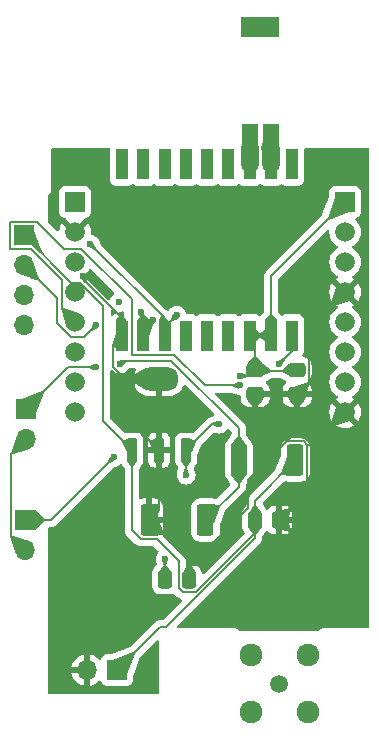
<source format=gbr>
%TF.GenerationSoftware,KiCad,Pcbnew,7.0.11-2.fc39*%
%TF.CreationDate,2024-04-30T19:09:02-04:00*%
%TF.ProjectId,OS42Mini,4f533432-4d69-46e6-992e-6b696361645f,rev?*%
%TF.SameCoordinates,Original*%
%TF.FileFunction,Copper,L1,Top*%
%TF.FilePolarity,Positive*%
%FSLAX46Y46*%
G04 Gerber Fmt 4.6, Leading zero omitted, Abs format (unit mm)*
G04 Created by KiCad (PCBNEW 7.0.11-2.fc39) date 2024-04-30 19:09:02*
%MOMM*%
%LPD*%
G01*
G04 APERTURE LIST*
G04 Aperture macros list*
%AMRoundRect*
0 Rectangle with rounded corners*
0 $1 Rounding radius*
0 $2 $3 $4 $5 $6 $7 $8 $9 X,Y pos of 4 corners*
0 Add a 4 corners polygon primitive as box body*
4,1,4,$2,$3,$4,$5,$6,$7,$8,$9,$2,$3,0*
0 Add four circle primitives for the rounded corners*
1,1,$1+$1,$2,$3*
1,1,$1+$1,$4,$5*
1,1,$1+$1,$6,$7*
1,1,$1+$1,$8,$9*
0 Add four rect primitives between the rounded corners*
20,1,$1+$1,$2,$3,$4,$5,0*
20,1,$1+$1,$4,$5,$6,$7,0*
20,1,$1+$1,$6,$7,$8,$9,0*
20,1,$1+$1,$8,$9,$2,$3,0*%
G04 Aperture macros list end*
%TA.AperFunction,ComponentPad*%
%ADD10C,1.665000*%
%TD*%
%TA.AperFunction,ComponentPad*%
%ADD11R,1.665000X1.665000*%
%TD*%
%TA.AperFunction,SMDPad,CuDef*%
%ADD12R,1.000000X2.600000*%
%TD*%
%TA.AperFunction,SMDPad,CuDef*%
%ADD13R,1.450000X1.700000*%
%TD*%
%TA.AperFunction,SMDPad,CuDef*%
%ADD14R,3.200000X1.700000*%
%TD*%
%TA.AperFunction,SMDPad,CuDef*%
%ADD15RoundRect,0.250000X-0.337500X-0.475000X0.337500X-0.475000X0.337500X0.475000X-0.337500X0.475000X0*%
%TD*%
%TA.AperFunction,SMDPad,CuDef*%
%ADD16RoundRect,0.250000X0.475000X-0.337500X0.475000X0.337500X-0.475000X0.337500X-0.475000X-0.337500X0*%
%TD*%
%TA.AperFunction,ComponentPad*%
%ADD17R,1.700000X1.700000*%
%TD*%
%TA.AperFunction,ComponentPad*%
%ADD18O,1.700000X1.700000*%
%TD*%
%TA.AperFunction,SMDPad,CuDef*%
%ADD19RoundRect,0.097900X0.347100X-0.887100X0.347100X0.887100X-0.347100X0.887100X-0.347100X-0.887100X0*%
%TD*%
%TA.AperFunction,SMDPad,CuDef*%
%ADD20RoundRect,0.788000X0.807000X-0.197000X0.807000X0.197000X-0.807000X0.197000X-0.807000X-0.197000X0*%
%TD*%
%TA.AperFunction,SMDPad,CuDef*%
%ADD21RoundRect,0.249999X-0.450001X-1.075001X0.450001X-1.075001X0.450001X1.075001X-0.450001X1.075001X0*%
%TD*%
%TA.AperFunction,ComponentPad*%
%ADD22C,1.508000*%
%TD*%
%TA.AperFunction,ComponentPad*%
%ADD23C,1.920000*%
%TD*%
%TA.AperFunction,ViaPad*%
%ADD24C,0.600000*%
%TD*%
%TA.AperFunction,Conductor*%
%ADD25C,0.200000*%
%TD*%
%TA.AperFunction,Conductor*%
%ADD26C,1.500000*%
%TD*%
G04 APERTURE END LIST*
D10*
%TO.P,IC1,1,IO4*%
%TO.N,SCK*%
X138684000Y-107696000D03*
%TO.P,IC1,2,IO2*%
%TO.N,MOSI*%
X138684000Y-105156000D03*
%TO.P,IC1,3,IO14*%
%TO.N,BATTREAD*%
X138684000Y-102616000D03*
%TO.P,IC1,4,IO15*%
%TO.N,RESET*%
X138684000Y-100076000D03*
%TO.P,IC1,5,IO13*%
%TO.N,MISO*%
X138684000Y-97536000D03*
%TO.P,IC1,6,IO12*%
%TO.N,NSS*%
X138684000Y-94996000D03*
%TO.P,IC1,7,GND_1*%
%TO.N,GND*%
X138684000Y-92456000D03*
D11*
%TO.P,IC1,8,5V*%
%TO.N,unconnected-(IC1-5V-Pad8)*%
X138684000Y-89916000D03*
%TO.P,IC1,9,3V3*%
%TO.N,VCC*%
X161544000Y-89916000D03*
D10*
%TO.P,IC1,10,IO16*%
%TO.N,unconnected-(IC1-IO16-Pad10)*%
X161544000Y-92456000D03*
%TO.P,IC1,11,IO0*%
%TO.N,PROG_EN*%
X161544000Y-94996000D03*
%TO.P,IC1,12,GND_2*%
%TO.N,GND*%
X161544000Y-97536000D03*
%TO.P,IC1,13,VCC*%
%TO.N,unconnected-(IC1-VCC-Pad13)*%
X161544000Y-100076000D03*
%TO.P,IC1,14,U0R*%
%TO.N,RXD*%
X161544000Y-102616000D03*
%TO.P,IC1,15,U0T*%
%TO.N,TXD*%
X161544000Y-105156000D03*
%TO.P,IC1,16,GND_3*%
%TO.N,GND*%
X161544000Y-107696000D03*
%TD*%
D12*
%TO.P,U1,1,GND*%
%TO.N,GND*%
X142660000Y-101230000D03*
%TO.P,U1,2,TXD*%
%TO.N,RXD*%
X144460000Y-101230000D03*
%TO.P,U1,3,RXD*%
%TO.N,TXD*%
X146260000Y-101230000D03*
%TO.P,U1,4,1PPS*%
%TO.N,unconnected-(U1-1PPS-Pad4)*%
X148060000Y-101230000D03*
%TO.P,U1,5,PIO5*%
%TO.N,unconnected-(U1-PIO5-Pad5)*%
X149860000Y-101230000D03*
%TO.P,U1,6,V_BCKP*%
%TO.N,VCC*%
X151660000Y-101230000D03*
%TO.P,U1,7,VCC_IO*%
X153460000Y-101230000D03*
%TO.P,U1,8,VCC*%
X155260000Y-101230000D03*
%TO.P,U1,9,nRESET*%
%TO.N,GPSFREEZE_1*%
X157060000Y-101230000D03*
%TO.P,U1,10,GND*%
%TO.N,ANTGND*%
X157060000Y-86730000D03*
%TO.P,U1,11,RF_IN*%
%TO.N,Net-(U1-RF_IN)*%
X155260000Y-86730000D03*
%TO.P,U1,12,GND*%
%TO.N,ANTGND*%
X153460000Y-86730000D03*
%TO.P,U1,13,NC*%
%TO.N,unconnected-(U1-NC-Pad13)*%
X151660000Y-86730000D03*
%TO.P,U1,14,VCC_RF*%
%TO.N,unconnected-(U1-VCC_RF-Pad14)*%
X149860000Y-86730000D03*
%TO.P,U1,15,NC*%
%TO.N,unconnected-(U1-NC-Pad15)*%
X148060000Y-86730000D03*
%TO.P,U1,16,SDA*%
%TO.N,unconnected-(U1-SDA-Pad16)*%
X146260000Y-86730000D03*
%TO.P,U1,17,SCL*%
%TO.N,unconnected-(U1-SCL-Pad17)*%
X144460000Y-86730000D03*
%TO.P,U1,18,NC*%
%TO.N,unconnected-(U1-NC-Pad18)*%
X142660000Y-86730000D03*
%TD*%
D13*
%TO.P,E1,1*%
%TO.N,Net-(U1-RF_IN)*%
X155242200Y-84201000D03*
%TO.P,E1,2*%
%TO.N,ANTGND*%
X153492200Y-84201000D03*
D14*
%TO.P,E1,3*%
%TO.N,N/C*%
X154367200Y-75101000D03*
%TD*%
D15*
%TO.P,C1,1*%
%TO.N,PWRIN_VCC*%
X153902500Y-116840000D03*
%TO.P,C1,2*%
%TO.N,GND*%
X155977500Y-116840000D03*
%TD*%
D16*
%TO.P,C3,1*%
%TO.N,GND*%
X153924000Y-106193500D03*
%TO.P,C3,2*%
%TO.N,VCC*%
X153924000Y-104118500D03*
%TD*%
D17*
%TO.P,PRG,1,Pin_1*%
%TO.N,PWRIN_VCC*%
X134340200Y-92720000D03*
D18*
%TO.P,PRG,2,Pin_2*%
%TO.N,RXD*%
X134340200Y-95260000D03*
%TO.P,PRG,3,Pin_3*%
%TO.N,TXD*%
X134340200Y-97800000D03*
%TO.P,PRG,4,Pin_4*%
%TO.N,GND*%
X134340200Y-100340000D03*
%TD*%
D19*
%TO.P,U3,1,VIN*%
%TO.N,PWRIN_VCC*%
X143496000Y-110924200D03*
%TO.P,U3,2,GND_(TAB)*%
%TO.N,GND*%
X145796000Y-110924200D03*
%TO.P,U3,3,VOUT*%
%TO.N,VCC*%
X148096000Y-110924200D03*
D20*
%TO.P,U3,4,GND_(TAB)_2*%
%TO.N,GND*%
X145796000Y-104874200D03*
%TD*%
D21*
%TO.P,R2,1*%
%TO.N,GND*%
X144920000Y-116840000D03*
%TO.P,R2,2*%
%TO.N,BATTREAD*%
X149720000Y-116840000D03*
%TD*%
%TO.P,R1,1*%
%TO.N,BATTREAD*%
X152540000Y-111760000D03*
%TO.P,R1,2*%
%TO.N,PWRIN_VCC*%
X157340000Y-111760000D03*
%TD*%
D16*
%TO.P,C4,1*%
%TO.N,GND*%
X157480000Y-106193500D03*
%TO.P,C4,2*%
%TO.N,VCC*%
X157480000Y-104118500D03*
%TD*%
D22*
%TO.P,RF OUT,1*%
%TO.N,Net-(U2-ANT)*%
X155969000Y-130696000D03*
D23*
%TO.P,RF OUT,G1*%
%TO.N,Net-(J5-PadG1)*%
X153569000Y-128296000D03*
%TO.P,RF OUT,G2*%
X153569000Y-133096000D03*
%TO.P,RF OUT,G3*%
X158369000Y-133096000D03*
%TO.P,RF OUT,G4*%
X158369000Y-128296000D03*
%TD*%
D17*
%TO.P,GF,1,Pin_1*%
%TO.N,GPSFREEZE_1*%
X134442200Y-116840000D03*
D18*
%TO.P,GF,2,Pin_2*%
%TO.N,GND*%
X134442200Y-119380000D03*
%TD*%
D17*
%TO.P,EN,1,Pin_1*%
%TO.N,PROG_EN*%
X134518000Y-107462000D03*
D18*
%TO.P,EN,2,Pin_2*%
%TO.N,GND*%
X134518000Y-110002000D03*
%TD*%
D15*
%TO.P,C2,1*%
%TO.N,VCC*%
X146282500Y-121920000D03*
%TO.P,C2,2*%
%TO.N,GND*%
X148357500Y-121920000D03*
%TD*%
D17*
%TO.P,J1,1,Pin_1*%
%TO.N,PWRIN_VCC*%
X142240000Y-129540000D03*
D18*
%TO.P,J1,2,Pin_2*%
%TO.N,GND*%
X139700000Y-129540000D03*
%TD*%
D24*
%TO.N,GND*%
X141478000Y-97663000D03*
X152654000Y-93980000D03*
X146812000Y-113030000D03*
X157226000Y-118364000D03*
X146812000Y-93980000D03*
X145415000Y-92837000D03*
X138430000Y-118618000D03*
X152146000Y-92075000D03*
X153162000Y-120650000D03*
X149098000Y-119634000D03*
X156718000Y-97282000D03*
X144272000Y-120142000D03*
X153670000Y-95758000D03*
X159512000Y-97028000D03*
X138303000Y-87884000D03*
X142875000Y-93980000D03*
X159512000Y-101092000D03*
X162814000Y-110998000D03*
X152146000Y-116078000D03*
X155702000Y-89154000D03*
X141224000Y-92964000D03*
X143764000Y-92710000D03*
X149098000Y-93726000D03*
X151384000Y-89662000D03*
X141986000Y-114808000D03*
X156718000Y-107696000D03*
X140462000Y-96520000D03*
X154940000Y-93218000D03*
X147066000Y-94996000D03*
X142759998Y-107696000D03*
X159512000Y-93726000D03*
X150114000Y-113792000D03*
X159639000Y-86233000D03*
X142748000Y-105410000D03*
X159258000Y-98552000D03*
X156718000Y-98552000D03*
X144018000Y-88900000D03*
X149098000Y-97536000D03*
X140716000Y-90170000D03*
X139192000Y-120904000D03*
X151130000Y-97536000D03*
X138811000Y-86233000D03*
X143764000Y-91186000D03*
X148082000Y-91948000D03*
X160020000Y-113030000D03*
X162433000Y-87884000D03*
X157480000Y-96012000D03*
X153162000Y-97282000D03*
X150622000Y-110744000D03*
X156972000Y-91694000D03*
X150622000Y-96266000D03*
X153416000Y-89662000D03*
X145542000Y-96266000D03*
X163068000Y-119126000D03*
X139313201Y-96170593D03*
X143764000Y-94996000D03*
X147066000Y-89662000D03*
X154686000Y-120142000D03*
X159004000Y-90932000D03*
X154813000Y-92075000D03*
X161036000Y-115316000D03*
X144780000Y-113030000D03*
X150114000Y-112268000D03*
X149098000Y-89662000D03*
X140208000Y-86614000D03*
X158750000Y-116332000D03*
X156972000Y-89408000D03*
X140208000Y-87630000D03*
%TO.N,VCC*%
X146304000Y-120142000D03*
X148082000Y-113030000D03*
X150866982Y-108719092D03*
X152654000Y-104648000D03*
%TO.N,BATTREAD*%
X142494000Y-103632000D03*
%TO.N,RESET*%
X152654000Y-105448003D03*
%TO.N,PROG_EN*%
X140462000Y-103886000D03*
%TO.N,RXD*%
X142367000Y-98425000D03*
X144228735Y-99270735D03*
X145259998Y-99935391D03*
X140483798Y-100330000D03*
%TO.N,TXD*%
X147283713Y-99513266D03*
X139954000Y-93472000D03*
%TO.N,GPSFREEZE_1*%
X141986000Y-111506000D03*
X155956000Y-103632000D03*
%TD*%
D25*
%TO.N,PWRIN_VCC*%
X145604744Y-118465000D02*
X144235256Y-118465000D01*
X153902500Y-117972244D02*
X148929744Y-122945000D01*
X153902500Y-115197500D02*
X157340000Y-111760000D01*
X145888000Y-125892000D02*
X146396000Y-125892000D01*
X138362700Y-96742500D02*
X139134097Y-96742500D01*
X146396000Y-125892000D02*
X153902500Y-118385500D01*
X147785256Y-122945000D02*
X147470000Y-122629744D01*
X141062000Y-103637471D02*
X141083798Y-103615673D01*
X143496000Y-110924200D02*
X141062000Y-108490200D01*
X142240000Y-129540000D02*
X145888000Y-125892000D01*
X134340200Y-92720000D02*
X138362700Y-96742500D01*
X141083798Y-103615673D02*
X141083798Y-98692202D01*
X153902500Y-118385500D02*
X153902500Y-116840000D01*
X147470000Y-122629744D02*
X147470000Y-120330256D01*
X139134097Y-96742500D02*
X141083798Y-98692202D01*
X147470000Y-120330256D02*
X145604744Y-118465000D01*
X144235256Y-118465000D02*
X143496000Y-117725744D01*
X143496000Y-117725744D02*
X143496000Y-110924200D01*
X153902500Y-116840000D02*
X153902500Y-115197500D01*
X141062000Y-108490200D02*
X141062000Y-103637471D01*
X153902500Y-116840000D02*
X153902500Y-117972244D01*
X148929744Y-122945000D02*
X147785256Y-122945000D01*
%TO.N,GND*%
X153330256Y-113460000D02*
X156655256Y-110135000D01*
X149098000Y-119634000D02*
X148357500Y-120374500D01*
X134518000Y-110002000D02*
X133292200Y-111227800D01*
X141894000Y-103880529D02*
X141894000Y-101996000D01*
X156655256Y-110135000D02*
X158024744Y-110135000D01*
X142759998Y-107888198D02*
X142759998Y-107696000D01*
X158340000Y-110450256D02*
X158340000Y-114477500D01*
X139223283Y-96266000D02*
X139223283Y-96260511D01*
X133292200Y-111227800D02*
X133292200Y-118230000D01*
X157226000Y-107696000D02*
X157480000Y-107950000D01*
X145796000Y-110924200D02*
X145796000Y-115964000D01*
X133292200Y-118230000D02*
X134442200Y-119380000D01*
X158505000Y-100575000D02*
X161544000Y-97536000D01*
X157226000Y-118088500D02*
X155977500Y-116840000D01*
X148357500Y-121920000D02*
X148357500Y-120277500D01*
X145796000Y-115964000D02*
X144920000Y-116840000D01*
X149511256Y-119634000D02*
X153330256Y-115815000D01*
X141894000Y-101996000D02*
X142660000Y-101230000D01*
X148357500Y-120374500D02*
X148357500Y-121920000D01*
X157480000Y-107950000D02*
X157480000Y-106193500D01*
X145796000Y-110924200D02*
X142759998Y-107888198D01*
X153330256Y-115815000D02*
X153330256Y-113460000D01*
X143283800Y-104874200D02*
X145796000Y-104874200D01*
X158340000Y-110450256D02*
X158789744Y-110450256D01*
X156655256Y-110135000D02*
X157480000Y-109310256D01*
X158505000Y-105168500D02*
X158505000Y-100575000D01*
X157480000Y-109310256D02*
X157480000Y-107950000D01*
X157480000Y-106193500D02*
X158505000Y-105168500D01*
X158024744Y-110135000D02*
X158340000Y-110450256D01*
X145796000Y-104874200D02*
X142887671Y-104874200D01*
X156655256Y-110135000D02*
X153924000Y-107403744D01*
X153924000Y-107403744D02*
X153924000Y-106193500D01*
X148357500Y-120277500D02*
X144920000Y-116840000D01*
X139223283Y-96260511D02*
X139313201Y-96170593D01*
X142660000Y-99702717D02*
X139223283Y-96266000D01*
X158789744Y-110450256D02*
X161544000Y-107696000D01*
X157226000Y-118364000D02*
X157226000Y-118088500D01*
X149098000Y-119634000D02*
X149511256Y-119634000D01*
X142748000Y-105410000D02*
X143283800Y-104874200D01*
X142887671Y-104874200D02*
X141894000Y-103880529D01*
X156718000Y-107696000D02*
X157226000Y-107696000D01*
X142660000Y-101230000D02*
X142660000Y-99702717D01*
X158340000Y-114477500D02*
X155977500Y-116840000D01*
%TO.N,VCC*%
X153924000Y-104118500D02*
X153924000Y-101694000D01*
X157366500Y-104232000D02*
X154037500Y-104232000D01*
X157480000Y-104118500D02*
X157366500Y-104232000D01*
X153394500Y-104648000D02*
X153924000Y-104118500D01*
X148082000Y-113030000D02*
X148096000Y-113016000D01*
X153924000Y-101694000D02*
X153460000Y-101230000D01*
X148096000Y-113016000D02*
X148096000Y-110924200D01*
X148096000Y-110924200D02*
X150301108Y-108719092D01*
X152654000Y-104648000D02*
X153394500Y-104648000D01*
X153460000Y-101230000D02*
X155260000Y-101230000D01*
X155260000Y-101230000D02*
X155260000Y-96200000D01*
X150301108Y-108719092D02*
X150866982Y-108719092D01*
X154037500Y-104232000D02*
X153924000Y-104118500D01*
X155260000Y-96200000D02*
X161544000Y-89916000D01*
X146282500Y-120120500D02*
X146304000Y-120142000D01*
X146282500Y-120120500D02*
X146282500Y-121920000D01*
D26*
%TO.N,Net-(U1-RF_IN)*%
X155260000Y-85404460D02*
X155217200Y-85361660D01*
X155260000Y-86730000D02*
X155260000Y-85404460D01*
%TO.N,ANTGND*%
X153460000Y-86730000D02*
X153460000Y-85418860D01*
X153460000Y-85418860D02*
X153517200Y-85361660D01*
D25*
%TO.N,BATTREAD*%
X152540000Y-109075536D02*
X146842464Y-103378000D01*
X142748000Y-103378000D02*
X142494000Y-103632000D01*
X146842464Y-103378000D02*
X142748000Y-103378000D01*
X152540000Y-111760000D02*
X152540000Y-114020000D01*
X152540000Y-111760000D02*
X152540000Y-109075536D01*
X152540000Y-114020000D02*
X149720000Y-116840000D01*
%TO.N,RESET*%
X135490200Y-91570000D02*
X133190200Y-91570000D01*
X137551500Y-98943500D02*
X138684000Y-100076000D01*
X133190200Y-93870000D02*
X134924514Y-93870000D01*
X149644003Y-105448003D02*
X147026000Y-102830000D01*
X139153097Y-93863500D02*
X137783700Y-93863500D01*
X143460000Y-102830000D02*
X143460000Y-98170403D01*
X137551500Y-96496986D02*
X137551500Y-98943500D01*
X147026000Y-102830000D02*
X143460000Y-102830000D01*
X143460000Y-98170403D02*
X139153097Y-93863500D01*
X134924514Y-93870000D02*
X137551500Y-96496986D01*
X137783700Y-93863500D02*
X135490200Y-91570000D01*
X133190200Y-91570000D02*
X133190200Y-93870000D01*
X152654000Y-105448003D02*
X149644003Y-105448003D01*
%TO.N,PROG_EN*%
X138094000Y-103886000D02*
X140462000Y-103886000D01*
X134518000Y-107462000D02*
X138094000Y-103886000D01*
%TO.N,RXD*%
X144460000Y-101230000D02*
X144460000Y-100430000D01*
X139467798Y-101346000D02*
X140483798Y-100330000D01*
X134340200Y-95260000D02*
X137151500Y-98071300D01*
X144765389Y-100430000D02*
X145259998Y-99935391D01*
X144460000Y-99502000D02*
X144460000Y-101230000D01*
X137151500Y-100145097D02*
X138352403Y-101346000D01*
X138352403Y-101346000D02*
X139467798Y-101346000D01*
X144228735Y-99270735D02*
X144460000Y-99502000D01*
X137151500Y-98071300D02*
X137151500Y-100145097D01*
X144460000Y-100430000D02*
X144765389Y-100430000D01*
%TO.N,TXD*%
X147283713Y-99513266D02*
X146260000Y-100536979D01*
X146260000Y-101230000D02*
X146260000Y-99778000D01*
X146260000Y-99778000D02*
X139954000Y-93472000D01*
X146260000Y-100536979D02*
X146260000Y-101230000D01*
%TO.N,GPSFREEZE_1*%
X136652000Y-116840000D02*
X141986000Y-111506000D01*
X134442200Y-116840000D02*
X136652000Y-116840000D01*
X155956000Y-103632000D02*
X157060000Y-102528000D01*
X157060000Y-102528000D02*
X157060000Y-101230000D01*
%TD*%
%TA.AperFunction,Conductor*%
%TO.N,RXD*%
G36*
X140216972Y-100219439D02*
G01*
X140380602Y-100286629D01*
X140479982Y-100327436D01*
X140486334Y-100333748D01*
X140486361Y-100333815D01*
X140594357Y-100596824D01*
X140594330Y-100605779D01*
X140588468Y-100611877D01*
X140137665Y-100821523D01*
X140128718Y-100821904D01*
X140124458Y-100819187D01*
X139994610Y-100689339D01*
X139991183Y-100681066D01*
X139992272Y-100676136D01*
X140201922Y-100225327D01*
X140208516Y-100219273D01*
X140216972Y-100219439D01*
G37*
%TD.AperFunction*%
%TD*%
%TA.AperFunction,Conductor*%
%TO.N,VCC*%
G36*
X146570411Y-120252312D02*
G01*
X146576723Y-120258664D01*
X146576714Y-120267575D01*
X146385488Y-120730490D01*
X146379162Y-120736828D01*
X146374674Y-120737723D01*
X146191010Y-120737723D01*
X146182737Y-120734296D01*
X146179879Y-120729626D01*
X146030152Y-120267050D01*
X146030864Y-120258126D01*
X146036770Y-120252653D01*
X146299490Y-120142883D01*
X146308444Y-120142857D01*
X146570411Y-120252312D01*
G37*
%TD.AperFunction*%
%TD*%
%TA.AperFunction,Conductor*%
%TO.N,VCC*%
G36*
X148195879Y-112436212D02*
G01*
X148198689Y-112440736D01*
X148355667Y-112904856D01*
X148355072Y-112913791D01*
X148349095Y-112919401D01*
X148086511Y-113029115D01*
X148077556Y-113029142D01*
X148077489Y-113029115D01*
X147815433Y-112919622D01*
X147809121Y-112913270D01*
X147809067Y-112904517D01*
X147926637Y-112607822D01*
X147993072Y-112440175D01*
X147999306Y-112433746D01*
X148003949Y-112432785D01*
X148187606Y-112432785D01*
X148195879Y-112436212D01*
G37*
%TD.AperFunction*%
%TD*%
%TA.AperFunction,Conductor*%
%TO.N,GND*%
G36*
X158534970Y-105279951D02*
G01*
X158205000Y-106299351D01*
X157479293Y-106194207D01*
X157236650Y-105606000D01*
X158393549Y-105138530D01*
X158534970Y-105279951D01*
G37*
%TD.AperFunction*%
%TD*%
%TA.AperFunction,Conductor*%
%TO.N,GND*%
G36*
X143242974Y-105056447D02*
G01*
X143025164Y-105524805D01*
X142747293Y-105410707D01*
X142633195Y-105132836D01*
X143101553Y-104915026D01*
X143242974Y-105056447D01*
G37*
%TD.AperFunction*%
%TD*%
%TA.AperFunction,Conductor*%
%TO.N,RXD*%
G36*
X144993172Y-99824830D02*
G01*
X145156802Y-99892020D01*
X145256182Y-99932827D01*
X145262534Y-99939139D01*
X145262561Y-99939206D01*
X145370557Y-100202215D01*
X145370530Y-100211170D01*
X145364668Y-100217268D01*
X144913865Y-100426914D01*
X144904918Y-100427295D01*
X144900658Y-100424578D01*
X144770810Y-100294730D01*
X144767383Y-100286457D01*
X144768472Y-100281527D01*
X144978122Y-99830718D01*
X144984716Y-99824664D01*
X144993172Y-99824830D01*
G37*
%TD.AperFunction*%
%TD*%
%TA.AperFunction,Conductor*%
%TO.N,VCC*%
G36*
X154026601Y-102946927D02*
G01*
X154027513Y-102947952D01*
X154504888Y-103552895D01*
X154507323Y-103561513D01*
X154503762Y-103568625D01*
X153932059Y-104111842D01*
X153923701Y-104115056D01*
X153915941Y-104111842D01*
X153344237Y-103568625D01*
X153340600Y-103560442D01*
X153343110Y-103552897D01*
X153820487Y-102947952D01*
X153828302Y-102943580D01*
X153829672Y-102943500D01*
X154018328Y-102943500D01*
X154026601Y-102946927D01*
G37*
%TD.AperFunction*%
%TD*%
%TA.AperFunction,Conductor*%
%TO.N,PROG_EN*%
G36*
X140345641Y-103613050D02*
G01*
X140351503Y-103619148D01*
X140461115Y-103881489D01*
X140461142Y-103890444D01*
X140461115Y-103890511D01*
X140351503Y-104152851D01*
X140345151Y-104159163D01*
X140336694Y-104159329D01*
X140202947Y-104110493D01*
X139869687Y-103988806D01*
X139863091Y-103982750D01*
X139862000Y-103977816D01*
X139862000Y-103794183D01*
X139865427Y-103785910D01*
X139869687Y-103783193D01*
X140336697Y-103612669D01*
X140345641Y-103613050D01*
G37*
%TD.AperFunction*%
%TD*%
%TA.AperFunction,Conductor*%
%TO.N,TXD*%
G36*
X140229779Y-93361467D02*
G01*
X140235877Y-93367329D01*
X140445523Y-93818132D01*
X140445904Y-93827079D01*
X140443187Y-93831339D01*
X140313339Y-93961187D01*
X140305066Y-93964614D01*
X140300132Y-93963523D01*
X140006736Y-93827079D01*
X139849328Y-93753876D01*
X139843273Y-93747281D01*
X139843439Y-93738825D01*
X139951436Y-93475814D01*
X139957746Y-93469464D01*
X140220825Y-93361440D01*
X140229779Y-93361467D01*
G37*
%TD.AperFunction*%
%TD*%
%TA.AperFunction,Conductor*%
%TO.N,GND*%
G36*
X133393934Y-118156897D02*
G01*
X134755359Y-118590838D01*
X134762201Y-118596615D01*
X134762953Y-118605538D01*
X134762617Y-118606458D01*
X134444056Y-119376512D01*
X134437727Y-119382846D01*
X134437711Y-119382853D01*
X133668858Y-119700343D01*
X133659903Y-119700334D01*
X133653578Y-119693995D01*
X133653185Y-119692891D01*
X133196719Y-118171407D01*
X133197624Y-118162498D01*
X133204564Y-118156838D01*
X133207926Y-118156345D01*
X133390382Y-118156345D01*
X133393934Y-118156897D01*
G37*
%TD.AperFunction*%
%TD*%
%TA.AperFunction,Conductor*%
%TO.N,GND*%
G36*
X143059998Y-107696000D02*
G01*
X143132757Y-108119536D01*
X142991336Y-108260957D01*
X142547866Y-107908132D01*
X142759291Y-107695293D01*
X143059998Y-107696000D01*
G37*
%TD.AperFunction*%
%TD*%
%TA.AperFunction,Conductor*%
%TO.N,RXD*%
G36*
X144487138Y-99389583D02*
G01*
X144487971Y-99390510D01*
X144919078Y-99924903D01*
X144921606Y-99933494D01*
X144920996Y-99936169D01*
X144471295Y-101200927D01*
X144465294Y-101207574D01*
X144456351Y-101208031D01*
X144449704Y-101202030D01*
X144449352Y-101201210D01*
X143962620Y-99936807D01*
X143962846Y-99927855D01*
X143964955Y-99924654D01*
X144338262Y-99521923D01*
X144338518Y-99521658D01*
X144470593Y-99389582D01*
X144478865Y-99386156D01*
X144487138Y-99389583D01*
G37*
%TD.AperFunction*%
%TD*%
%TA.AperFunction,Conductor*%
%TO.N,GND*%
G36*
X142660000Y-101229000D02*
G01*
X142273115Y-102445814D01*
X141994000Y-102119820D01*
X141794000Y-102119820D01*
X142160000Y-101043590D01*
X142660000Y-101229000D01*
G37*
%TD.AperFunction*%
%TD*%
%TA.AperFunction,Conductor*%
%TO.N,TXD*%
G36*
X147016887Y-99402705D02*
G01*
X147180517Y-99469895D01*
X147279897Y-99510702D01*
X147286249Y-99517014D01*
X147286276Y-99517081D01*
X147394272Y-99780090D01*
X147394245Y-99789045D01*
X147388383Y-99795143D01*
X146937580Y-100004789D01*
X146928633Y-100005170D01*
X146924373Y-100002453D01*
X146794525Y-99872605D01*
X146791098Y-99864332D01*
X146792187Y-99859402D01*
X147001837Y-99408593D01*
X147008431Y-99402539D01*
X147016887Y-99402705D01*
G37*
%TD.AperFunction*%
%TD*%
%TA.AperFunction,Conductor*%
%TO.N,GPSFREEZE_1*%
G36*
X141719174Y-111395439D02*
G01*
X141882804Y-111462629D01*
X141982184Y-111503436D01*
X141988536Y-111509748D01*
X141988563Y-111509815D01*
X142096559Y-111772824D01*
X142096532Y-111781779D01*
X142090670Y-111787877D01*
X141639867Y-111997523D01*
X141630920Y-111997904D01*
X141626660Y-111995187D01*
X141496812Y-111865339D01*
X141493385Y-111857066D01*
X141494474Y-111852136D01*
X141704124Y-111401327D01*
X141710718Y-111395273D01*
X141719174Y-111395439D01*
G37*
%TD.AperFunction*%
%TD*%
%TA.AperFunction,Conductor*%
%TO.N,GND*%
G36*
X161544707Y-97535293D02*
G01*
X161862584Y-98305130D01*
X160437379Y-98784043D01*
X160295957Y-98642621D01*
X160774870Y-97217416D01*
X161544707Y-97535293D01*
G37*
%TD.AperFunction*%
%TD*%
%TA.AperFunction,Conductor*%
%TO.N,RESET*%
G36*
X137653219Y-98880640D02*
G01*
X138990420Y-99303028D01*
X138997277Y-99308788D01*
X138998053Y-99317709D01*
X138997707Y-99318657D01*
X138685856Y-100072511D01*
X138679527Y-100078846D01*
X138679510Y-100078853D01*
X137926759Y-100389674D01*
X137917805Y-100389664D01*
X137911480Y-100383325D01*
X137911106Y-100382283D01*
X137817702Y-100077000D01*
X137456127Y-98895219D01*
X137456983Y-98886306D01*
X137463892Y-98880609D01*
X137467315Y-98880097D01*
X137649695Y-98880097D01*
X137653219Y-98880640D01*
G37*
%TD.AperFunction*%
%TD*%
%TA.AperFunction,Conductor*%
%TO.N,GND*%
G36*
X157032470Y-117753549D02*
G01*
X156891049Y-117894970D01*
X155871649Y-117565000D01*
X155976793Y-116839293D01*
X156565000Y-116596649D01*
X157032470Y-117753549D01*
G37*
%TD.AperFunction*%
%TD*%
%TA.AperFunction,Conductor*%
%TO.N,BATTREAD*%
G36*
X152545235Y-111774685D02*
G01*
X152550461Y-111779910D01*
X153163703Y-113005632D01*
X153164340Y-113014564D01*
X153162908Y-113017454D01*
X152643483Y-113779886D01*
X152635993Y-113784794D01*
X152633814Y-113784999D01*
X152446186Y-113784999D01*
X152437913Y-113781572D01*
X152436517Y-113779886D01*
X151917091Y-113017454D01*
X151915265Y-113008688D01*
X151916297Y-113005632D01*
X152529537Y-111779913D01*
X152536303Y-111774047D01*
X152545235Y-111774685D01*
G37*
%TD.AperFunction*%
%TD*%
%TA.AperFunction,Conductor*%
%TO.N,RESET*%
G36*
X152537641Y-105175053D02*
G01*
X152543503Y-105181151D01*
X152653115Y-105443492D01*
X152653142Y-105452447D01*
X152653115Y-105452514D01*
X152543503Y-105714854D01*
X152537151Y-105721166D01*
X152528694Y-105721332D01*
X152394947Y-105672496D01*
X152061687Y-105550809D01*
X152055091Y-105544753D01*
X152054000Y-105539819D01*
X152054000Y-105356186D01*
X152057427Y-105347913D01*
X152061687Y-105345196D01*
X152528697Y-105174672D01*
X152537641Y-105175053D01*
G37*
%TD.AperFunction*%
%TD*%
%TA.AperFunction,Conductor*%
%TO.N,VCC*%
G36*
X153968169Y-100736535D02*
G01*
X154455609Y-101126487D01*
X154459928Y-101134331D01*
X154460000Y-101135623D01*
X154460000Y-101324376D01*
X154456573Y-101332649D01*
X154455609Y-101333512D01*
X153968169Y-101723464D01*
X153959568Y-101725956D01*
X153952595Y-101722609D01*
X153559200Y-101330000D01*
X153467296Y-101238280D01*
X153463862Y-101230012D01*
X153467280Y-101221735D01*
X153952595Y-100737389D01*
X153960872Y-100733971D01*
X153968169Y-100736535D01*
G37*
%TD.AperFunction*%
%TD*%
%TA.AperFunction,Conductor*%
%TO.N,GND*%
G36*
X157361764Y-107690344D02*
G01*
X157220344Y-107831764D01*
X156832805Y-107973164D01*
X156717293Y-107695293D01*
X156832805Y-107418836D01*
X157361764Y-107690344D01*
G37*
%TD.AperFunction*%
%TD*%
%TA.AperFunction,Conductor*%
%TO.N,RXD*%
G36*
X144517775Y-99270698D02*
G01*
X144526036Y-99274152D01*
X144529413Y-99281674D01*
X144559230Y-99762518D01*
X144556321Y-99770987D01*
X144548276Y-99774920D01*
X144547552Y-99774942D01*
X144364302Y-99774942D01*
X144356722Y-99772154D01*
X144345393Y-99762518D01*
X144026240Y-99491064D01*
X144022159Y-99483095D01*
X144024909Y-99474573D01*
X144025516Y-99473910D01*
X144225290Y-99273196D01*
X144233552Y-99269751D01*
X144517775Y-99270698D01*
G37*
%TD.AperFunction*%
%TD*%
%TA.AperFunction,Conductor*%
%TO.N,PWRIN_VCC*%
G36*
X156650932Y-111474562D02*
G01*
X157330560Y-111755104D01*
X157336900Y-111761428D01*
X157337173Y-111769685D01*
X156892954Y-113076306D01*
X156887047Y-113083036D01*
X156880852Y-113084195D01*
X156219975Y-113026056D01*
X156212727Y-113022674D01*
X156079771Y-112889718D01*
X156076344Y-112881445D01*
X156077181Y-112877100D01*
X156520146Y-111769685D01*
X156635607Y-111481031D01*
X156641860Y-111474624D01*
X156650814Y-111474515D01*
X156650932Y-111474562D01*
G37*
%TD.AperFunction*%
%TD*%
%TA.AperFunction,Conductor*%
%TO.N,GND*%
G36*
X149098707Y-119633293D02*
G01*
X149212805Y-119911164D01*
X148744447Y-120128974D01*
X148603026Y-119987553D01*
X148820836Y-119519195D01*
X149098707Y-119633293D01*
G37*
%TD.AperFunction*%
%TD*%
%TA.AperFunction,Conductor*%
%TO.N,TXD*%
G36*
X146092905Y-99469089D02*
G01*
X146572103Y-99925335D01*
X146575731Y-99933522D01*
X146575404Y-99936574D01*
X146269549Y-101194342D01*
X146264264Y-101201571D01*
X146255415Y-101202946D01*
X146248186Y-101197661D01*
X146247264Y-101195788D01*
X145765769Y-99944988D01*
X145765108Y-99939123D01*
X145765645Y-99935391D01*
X145764438Y-99926997D01*
X145765808Y-99919621D01*
X145942428Y-99604046D01*
X145944359Y-99601495D01*
X146076565Y-99469289D01*
X146084837Y-99465863D01*
X146092905Y-99469089D01*
G37*
%TD.AperFunction*%
%TD*%
%TA.AperFunction,Conductor*%
%TO.N,BATTREAD*%
G36*
X142984417Y-103281924D02*
G01*
X142988721Y-103289777D01*
X142988790Y-103291046D01*
X142988790Y-103474009D01*
X142986351Y-103481159D01*
X142714241Y-103833627D01*
X142706473Y-103838081D01*
X142697830Y-103835738D01*
X142696726Y-103834770D01*
X142496462Y-103635446D01*
X142493016Y-103627181D01*
X142493016Y-103627114D01*
X142493527Y-103474009D01*
X142493965Y-103342456D01*
X142497419Y-103334195D01*
X142504394Y-103330865D01*
X142975821Y-103279415D01*
X142984417Y-103281924D01*
G37*
%TD.AperFunction*%
%TD*%
%TA.AperFunction,Conductor*%
%TO.N,GND*%
G36*
X146233548Y-111848765D02*
G01*
X145896000Y-112354200D01*
X145696000Y-112354200D01*
X145358452Y-111848765D01*
X145796000Y-110923200D01*
X146233548Y-111848765D01*
G37*
%TD.AperFunction*%
%TD*%
%TA.AperFunction,Conductor*%
%TO.N,RXD*%
G36*
X135122869Y-94939511D02*
G01*
X135129194Y-94945850D01*
X135129475Y-94946603D01*
X135496537Y-96043400D01*
X135610694Y-96384504D01*
X135610070Y-96393437D01*
X135607872Y-96396490D01*
X135476690Y-96527672D01*
X135468417Y-96531099D01*
X135464704Y-96530494D01*
X135055172Y-96393437D01*
X134800435Y-96308184D01*
X134026803Y-96049275D01*
X134020045Y-96043400D01*
X134019421Y-96034467D01*
X134019697Y-96033726D01*
X134337638Y-95263783D01*
X134343959Y-95257448D01*
X135113915Y-94939502D01*
X135122869Y-94939511D01*
G37*
%TD.AperFunction*%
%TD*%
%TA.AperFunction,Conductor*%
%TO.N,PWRIN_VCC*%
G36*
X143115704Y-109957583D02*
G01*
X143116057Y-109958389D01*
X143492486Y-110914189D01*
X143492329Y-110923142D01*
X143486057Y-110929294D01*
X143061553Y-111104177D01*
X143052598Y-111104160D01*
X143046392Y-111098083D01*
X142668862Y-110242579D01*
X142668657Y-110233626D01*
X142671291Y-110229584D01*
X142805653Y-110095222D01*
X142808826Y-110092967D01*
X143100078Y-109952142D01*
X143109018Y-109951627D01*
X143115704Y-109957583D01*
G37*
%TD.AperFunction*%
%TD*%
%TA.AperFunction,Conductor*%
%TO.N,PWRIN_VCC*%
G36*
X135188102Y-92372492D02*
G01*
X135194428Y-92378830D01*
X135194523Y-92379067D01*
X135704210Y-93693525D01*
X135859194Y-94093219D01*
X135858990Y-94102172D01*
X135856558Y-94105722D01*
X135729156Y-94233125D01*
X135720883Y-94236552D01*
X135712610Y-94233125D01*
X135173010Y-93693525D01*
X135170810Y-93690467D01*
X135168472Y-93685773D01*
X135168472Y-93685772D01*
X135168470Y-93685770D01*
X135168468Y-93685767D01*
X135132294Y-93652791D01*
X135131903Y-93652418D01*
X135117316Y-93637830D01*
X135117311Y-93637826D01*
X135112212Y-93634332D01*
X135110944Y-93633327D01*
X135085450Y-93610086D01*
X135085447Y-93610084D01*
X135066837Y-93602874D01*
X135064452Y-93601617D01*
X135047995Y-93590344D01*
X135047994Y-93590343D01*
X135014415Y-93582445D01*
X135012868Y-93581966D01*
X134980689Y-93569500D01*
X134980687Y-93569500D01*
X134960733Y-93569500D01*
X134958054Y-93569189D01*
X134956191Y-93568750D01*
X134938633Y-93564621D01*
X134938631Y-93564621D01*
X134916801Y-93567666D01*
X134904459Y-93569388D01*
X134902845Y-93569500D01*
X134005818Y-93569500D01*
X133997545Y-93566073D01*
X133994118Y-93557800D01*
X133995004Y-93553333D01*
X134153480Y-93169644D01*
X134337638Y-92723782D01*
X134343961Y-92717447D01*
X135179147Y-92372483D01*
X135188102Y-92372492D01*
G37*
%TD.AperFunction*%
%TD*%
%TA.AperFunction,Conductor*%
%TO.N,GND*%
G36*
X158067500Y-106750725D02*
G01*
X157580000Y-107368500D01*
X157380000Y-107368500D01*
X156892500Y-106750725D01*
X157480000Y-106192500D01*
X158067500Y-106750725D01*
G37*
%TD.AperFunction*%
%TD*%
%TA.AperFunction,Conductor*%
%TO.N,GND*%
G36*
X149572593Y-119431242D02*
G01*
X149714014Y-119572663D01*
X149310132Y-119846132D01*
X149097293Y-119634707D01*
X149212805Y-119356836D01*
X149572593Y-119431242D01*
G37*
%TD.AperFunction*%
%TD*%
%TA.AperFunction,Conductor*%
%TO.N,PWRIN_VCC*%
G36*
X143501000Y-110939998D02*
G01*
X143506578Y-110945576D01*
X143930716Y-111842776D01*
X143931153Y-111851720D01*
X143929868Y-111854274D01*
X143599474Y-112348998D01*
X143592029Y-112353975D01*
X143589744Y-112354200D01*
X143402256Y-112354200D01*
X143393983Y-112350773D01*
X143392526Y-112348998D01*
X143062131Y-111854274D01*
X143060386Y-111845491D01*
X143061283Y-111842776D01*
X143485422Y-110945576D01*
X143492056Y-110939561D01*
X143501000Y-110939998D01*
G37*
%TD.AperFunction*%
%TD*%
%TA.AperFunction,Conductor*%
%TO.N,VCC*%
G36*
X160722520Y-89575719D02*
G01*
X161540214Y-89913437D01*
X161546553Y-89919763D01*
X161546562Y-89919785D01*
X161884272Y-90737460D01*
X161884263Y-90746414D01*
X161877924Y-90752740D01*
X161877699Y-90752830D01*
X160200660Y-91405109D01*
X160191707Y-91404914D01*
X160188146Y-91402478D01*
X160057521Y-91271853D01*
X160054094Y-91263580D01*
X160054889Y-91259342D01*
X160707171Y-89582297D01*
X160713361Y-89575832D01*
X160722314Y-89575637D01*
X160722520Y-89575719D01*
G37*
%TD.AperFunction*%
%TD*%
%TA.AperFunction,Conductor*%
%TO.N,GND*%
G36*
X154511500Y-106750725D02*
G01*
X154024000Y-107368500D01*
X153824000Y-107368500D01*
X153336500Y-106750725D01*
X153924000Y-106192500D01*
X154511500Y-106750725D01*
G37*
%TD.AperFunction*%
%TD*%
%TA.AperFunction,Conductor*%
%TO.N,GND*%
G36*
X145619999Y-117051067D02*
G01*
X144920000Y-116841000D01*
X144956058Y-115515000D01*
X145696000Y-115512903D01*
X145896000Y-115512903D01*
X145619999Y-117051067D01*
G37*
%TD.AperFunction*%
%TD*%
%TA.AperFunction,Conductor*%
%TO.N,VCC*%
G36*
X155362650Y-99433427D02*
G01*
X155363513Y-99434391D01*
X155755807Y-99924759D01*
X155758299Y-99933360D01*
X155757592Y-99936265D01*
X155270921Y-101202583D01*
X155264755Y-101209076D01*
X155255803Y-101209307D01*
X155249310Y-101203141D01*
X155249079Y-101202583D01*
X155142332Y-100924829D01*
X154762407Y-99936263D01*
X154762638Y-99927313D01*
X154764189Y-99924763D01*
X155156487Y-99434390D01*
X155164331Y-99430072D01*
X155165623Y-99430000D01*
X155354377Y-99430000D01*
X155362650Y-99433427D01*
G37*
%TD.AperFunction*%
%TD*%
%TA.AperFunction,Conductor*%
%TO.N,PROG_EN*%
G36*
X135900172Y-105943209D02*
G01*
X135903722Y-105945641D01*
X136034358Y-106076277D01*
X136037785Y-106084550D01*
X136036994Y-106088780D01*
X135372323Y-107802932D01*
X135366137Y-107809407D01*
X135357184Y-107809611D01*
X135356947Y-107809516D01*
X134521784Y-107464562D01*
X134515446Y-107458236D01*
X134170483Y-106623052D01*
X134170492Y-106614097D01*
X134176830Y-106607771D01*
X134176996Y-106607704D01*
X135891222Y-105943005D01*
X135900172Y-105943209D01*
G37*
%TD.AperFunction*%
%TD*%
%TA.AperFunction,Conductor*%
%TO.N,GND*%
G36*
X139613201Y-96170593D02*
G01*
X139691692Y-96592988D01*
X139550623Y-96734055D01*
X139382593Y-96566025D01*
X139380393Y-96562967D01*
X139378055Y-96558273D01*
X139378055Y-96558272D01*
X139378053Y-96558270D01*
X139378051Y-96558267D01*
X139341877Y-96525291D01*
X139341486Y-96524918D01*
X139326899Y-96510330D01*
X139326894Y-96510326D01*
X139321795Y-96506832D01*
X139320527Y-96505827D01*
X139295033Y-96482586D01*
X139295030Y-96482584D01*
X139276420Y-96475374D01*
X139274035Y-96474117D01*
X139257578Y-96462844D01*
X139257577Y-96462843D01*
X139223998Y-96454945D01*
X139222451Y-96454466D01*
X139190272Y-96442000D01*
X139190270Y-96442000D01*
X139176780Y-96442000D01*
X139101069Y-96382725D01*
X139312494Y-96169886D01*
X139613201Y-96170593D01*
G37*
%TD.AperFunction*%
%TD*%
%TA.AperFunction,Conductor*%
%TO.N,GND*%
G36*
X157032470Y-115926451D02*
G01*
X156565000Y-117083351D01*
X155976793Y-116840707D01*
X155871650Y-116115000D01*
X156891049Y-115785030D01*
X157032470Y-115926451D01*
G37*
%TD.AperFunction*%
%TD*%
%TA.AperFunction,Conductor*%
%TO.N,VCC*%
G36*
X153246313Y-104545193D02*
G01*
X153252909Y-104551249D01*
X153254000Y-104556183D01*
X153254000Y-104739816D01*
X153250573Y-104748089D01*
X153246313Y-104750806D01*
X152779305Y-104921330D01*
X152770358Y-104920949D01*
X152764496Y-104914851D01*
X152654883Y-104652509D01*
X152654857Y-104643556D01*
X152654862Y-104643542D01*
X152764496Y-104381147D01*
X152770848Y-104374836D01*
X152779302Y-104374669D01*
X153246313Y-104545193D01*
G37*
%TD.AperFunction*%
%TD*%
%TA.AperFunction,Conductor*%
%TO.N,GND*%
G36*
X145796707Y-110924907D02*
G01*
X145351000Y-111108525D01*
X144965627Y-110235249D01*
X145107049Y-110093827D01*
X145411435Y-109946652D01*
X145796707Y-110924907D01*
G37*
%TD.AperFunction*%
%TD*%
%TA.AperFunction,Conductor*%
%TO.N,VCC*%
G36*
X154767404Y-100737390D02*
G01*
X155252702Y-101221719D01*
X155256137Y-101229988D01*
X155252718Y-101238265D01*
X155252702Y-101238281D01*
X154767404Y-101722609D01*
X154759127Y-101726028D01*
X154751830Y-101723464D01*
X154264391Y-101333512D01*
X154260072Y-101325668D01*
X154260000Y-101324376D01*
X154260000Y-101135623D01*
X154263427Y-101127350D01*
X154264391Y-101126487D01*
X154751831Y-100736534D01*
X154760431Y-100734043D01*
X154767404Y-100737390D01*
G37*
%TD.AperFunction*%
%TD*%
%TA.AperFunction,Conductor*%
%TO.N,GND*%
G36*
X133744282Y-109681501D02*
G01*
X134514215Y-109999438D01*
X134520552Y-110005761D01*
X134520562Y-110005785D01*
X134838497Y-110775714D01*
X134838488Y-110784669D01*
X134832149Y-110790994D01*
X134831396Y-110791275D01*
X133393495Y-111272494D01*
X133384562Y-111271870D01*
X133381509Y-111269672D01*
X133250327Y-111138490D01*
X133246900Y-111130217D01*
X133247503Y-111126510D01*
X133728725Y-109688601D01*
X133734599Y-109681845D01*
X133743532Y-109681221D01*
X133744282Y-109681501D01*
G37*
%TD.AperFunction*%
%TD*%
%TA.AperFunction,Conductor*%
%TO.N,VCC*%
G36*
X148491921Y-109952143D02*
G01*
X148783170Y-110092966D01*
X148786349Y-110095225D01*
X148920706Y-110229582D01*
X148924133Y-110237855D01*
X148923137Y-110242579D01*
X148545607Y-111098083D01*
X148539132Y-111104268D01*
X148530446Y-111104177D01*
X148105942Y-110929294D01*
X148099598Y-110922974D01*
X148099513Y-110914191D01*
X148475942Y-109958388D01*
X148482162Y-109951947D01*
X148491115Y-109951790D01*
X148491921Y-109952143D01*
G37*
%TD.AperFunction*%
%TD*%
%TA.AperFunction,Conductor*%
%TO.N,VCC*%
G36*
X150756687Y-108452724D02*
G01*
X150756705Y-108452765D01*
X150848522Y-108672513D01*
X150865809Y-108713885D01*
X150865836Y-108722840D01*
X150865817Y-108722887D01*
X150756802Y-108985128D01*
X150750462Y-108991452D01*
X150741507Y-108991441D01*
X150741190Y-108991303D01*
X150349638Y-108814812D01*
X150346173Y-108812419D01*
X150218555Y-108684801D01*
X150215128Y-108676528D01*
X150218555Y-108668255D01*
X150222271Y-108665752D01*
X150741357Y-108446497D01*
X150750311Y-108446436D01*
X150756687Y-108452724D01*
G37*
%TD.AperFunction*%
%TD*%
%TA.AperFunction,Conductor*%
%TO.N,BATTREAD*%
G36*
X152642087Y-109738428D02*
G01*
X152643483Y-109740114D01*
X153162908Y-110502545D01*
X153164734Y-110511311D01*
X153163702Y-110514367D01*
X152550463Y-111740086D01*
X152543697Y-111745952D01*
X152534765Y-111745315D01*
X152529537Y-111740086D01*
X151916297Y-110514367D01*
X151915659Y-110505435D01*
X151917091Y-110502545D01*
X152436517Y-109740114D01*
X152444007Y-109735206D01*
X152446186Y-109735001D01*
X152633814Y-109735001D01*
X152642087Y-109738428D01*
G37*
%TD.AperFunction*%
%TD*%
%TA.AperFunction,Conductor*%
%TO.N,VCC*%
G36*
X146384324Y-120610927D02*
G01*
X146385944Y-120612953D01*
X146845991Y-121341444D01*
X146847511Y-121350269D01*
X146844394Y-121355941D01*
X146290796Y-121912657D01*
X146282533Y-121916107D01*
X146274250Y-121912703D01*
X146274204Y-121912657D01*
X145720605Y-121355941D01*
X145717201Y-121347658D01*
X145719006Y-121341448D01*
X146179056Y-120612952D01*
X146186371Y-120607787D01*
X146188949Y-120607500D01*
X146376051Y-120607500D01*
X146384324Y-120610927D01*
G37*
%TD.AperFunction*%
%TD*%
%TA.AperFunction,Conductor*%
%TO.N,GND*%
G36*
X148925970Y-121349329D02*
G01*
X148357500Y-121921000D01*
X147789030Y-121349329D01*
X148257500Y-120607500D01*
X148457500Y-120607500D01*
X148925970Y-121349329D01*
G37*
%TD.AperFunction*%
%TD*%
%TA.AperFunction,Conductor*%
%TO.N,GND*%
G36*
X143017566Y-99930000D02*
G01*
X142660707Y-101230707D01*
X142160000Y-99930000D01*
X142396450Y-99580588D01*
X142537871Y-99439167D01*
X143017566Y-99930000D01*
G37*
%TD.AperFunction*%
%TD*%
%TA.AperFunction,Conductor*%
%TO.N,PWRIN_VCC*%
G36*
X153910749Y-116847295D02*
G01*
X154442911Y-117382454D01*
X154464394Y-117404058D01*
X154467798Y-117412341D01*
X154465991Y-117418555D01*
X154005944Y-118147047D01*
X153998629Y-118152213D01*
X153996051Y-118152500D01*
X153808949Y-118152500D01*
X153800676Y-118149073D01*
X153799056Y-118147047D01*
X153339007Y-117418553D01*
X153337488Y-117409730D01*
X153340603Y-117404060D01*
X153894205Y-116847341D01*
X153902467Y-116843892D01*
X153910749Y-116847295D01*
G37*
%TD.AperFunction*%
%TD*%
%TA.AperFunction,Conductor*%
%TO.N,GND*%
G36*
X142616512Y-112126071D02*
G01*
X142663702Y-112167875D01*
X142874619Y-112483695D01*
X142895481Y-112550375D01*
X142895500Y-112552559D01*
X142895500Y-117678256D01*
X142894439Y-117694441D01*
X142890318Y-117725742D01*
X142890318Y-117725744D01*
X142895500Y-117765104D01*
X142895500Y-117765105D01*
X142910955Y-117882504D01*
X142910956Y-117882506D01*
X142934545Y-117939456D01*
X142971464Y-118028585D01*
X143023172Y-118095972D01*
X143067719Y-118154027D01*
X143092769Y-118173248D01*
X143104964Y-118183943D01*
X143777055Y-118856034D01*
X143787749Y-118868228D01*
X143806974Y-118893282D01*
X143907664Y-118970544D01*
X143932415Y-118989536D01*
X144078494Y-119050044D01*
X144156875Y-119060363D01*
X144235255Y-119070682D01*
X144235256Y-119070682D01*
X144266558Y-119066560D01*
X144282743Y-119065500D01*
X145304647Y-119065500D01*
X145371686Y-119085185D01*
X145392328Y-119101819D01*
X145714534Y-119424025D01*
X145748019Y-119485348D01*
X145743035Y-119555040D01*
X145714535Y-119599386D01*
X145674184Y-119639737D01*
X145578211Y-119792476D01*
X145518631Y-119962745D01*
X145518630Y-119962750D01*
X145498435Y-120141996D01*
X145498435Y-120142003D01*
X145518631Y-120321253D01*
X145518631Y-120321254D01*
X145541054Y-120385337D01*
X145546219Y-120405278D01*
X145549217Y-120422715D01*
X145582872Y-120526693D01*
X145584789Y-120596536D01*
X145569742Y-120631087D01*
X145291599Y-121071532D01*
X145289559Y-121076063D01*
X145282034Y-121090244D01*
X145260185Y-121125668D01*
X145260184Y-121125671D01*
X145242574Y-121178810D01*
X145237942Y-121190700D01*
X145233595Y-121200357D01*
X145231793Y-121206556D01*
X145231790Y-121206567D01*
X145229094Y-121217972D01*
X145226127Y-121228445D01*
X145205001Y-121292199D01*
X145194500Y-121394983D01*
X145194500Y-122445001D01*
X145194501Y-122445019D01*
X145205000Y-122547796D01*
X145205001Y-122547799D01*
X145260185Y-122714331D01*
X145260186Y-122714334D01*
X145352288Y-122863656D01*
X145476344Y-122987712D01*
X145625666Y-123079814D01*
X145792203Y-123134999D01*
X145894991Y-123145500D01*
X146670008Y-123145499D01*
X146670016Y-123145498D01*
X146670019Y-123145498D01*
X146726302Y-123139748D01*
X146772797Y-123134999D01*
X146939334Y-123079814D01*
X146939340Y-123079810D01*
X146945883Y-123076760D01*
X146946706Y-123078525D01*
X147004597Y-123062678D01*
X147071263Y-123083592D01*
X147089997Y-123098976D01*
X147327055Y-123336034D01*
X147337749Y-123348228D01*
X147356971Y-123373279D01*
X147356972Y-123373280D01*
X147356974Y-123373282D01*
X147482415Y-123469536D01*
X147628494Y-123530044D01*
X147628499Y-123530044D01*
X147636344Y-123532147D01*
X147635891Y-123533835D01*
X147690721Y-123558090D01*
X147729192Y-123616415D01*
X147730023Y-123686280D01*
X147698320Y-123740444D01*
X146183584Y-125255181D01*
X146122261Y-125288666D01*
X146095903Y-125291500D01*
X145935487Y-125291500D01*
X145919302Y-125290439D01*
X145888000Y-125286318D01*
X145848639Y-125291500D01*
X145731239Y-125306955D01*
X145731237Y-125306956D01*
X145585160Y-125367463D01*
X145459714Y-125463721D01*
X145440495Y-125488769D01*
X145429800Y-125500964D01*
X143368263Y-127562500D01*
X143325411Y-127590432D01*
X141802074Y-128181113D01*
X141757245Y-128189500D01*
X141342129Y-128189500D01*
X141342123Y-128189501D01*
X141282516Y-128195908D01*
X141147671Y-128246202D01*
X141147664Y-128246206D01*
X141032455Y-128332452D01*
X141032452Y-128332455D01*
X140946206Y-128447664D01*
X140946202Y-128447671D01*
X140896997Y-128579598D01*
X140855126Y-128635532D01*
X140789661Y-128659949D01*
X140721388Y-128645097D01*
X140693134Y-128623946D01*
X140571082Y-128501894D01*
X140377578Y-128366399D01*
X140163492Y-128266570D01*
X140163486Y-128266567D01*
X139950000Y-128209364D01*
X139950000Y-129104498D01*
X139842315Y-129055320D01*
X139735763Y-129040000D01*
X139664237Y-129040000D01*
X139557685Y-129055320D01*
X139450000Y-129104498D01*
X139450000Y-128209364D01*
X139449999Y-128209364D01*
X139236513Y-128266567D01*
X139236507Y-128266570D01*
X139022422Y-128366399D01*
X139022420Y-128366400D01*
X138828926Y-128501886D01*
X138828920Y-128501891D01*
X138661891Y-128668920D01*
X138661886Y-128668926D01*
X138526400Y-128862420D01*
X138526399Y-128862422D01*
X138426570Y-129076507D01*
X138426567Y-129076513D01*
X138369364Y-129289999D01*
X138369364Y-129290000D01*
X139266314Y-129290000D01*
X139240507Y-129330156D01*
X139200000Y-129468111D01*
X139200000Y-129611889D01*
X139240507Y-129749844D01*
X139266314Y-129790000D01*
X138369364Y-129790000D01*
X138426567Y-130003486D01*
X138426570Y-130003492D01*
X138526399Y-130217578D01*
X138661894Y-130411082D01*
X138828917Y-130578105D01*
X139022421Y-130713600D01*
X139236507Y-130813429D01*
X139236516Y-130813433D01*
X139450000Y-130870634D01*
X139450000Y-129975501D01*
X139557685Y-130024680D01*
X139664237Y-130040000D01*
X139735763Y-130040000D01*
X139842315Y-130024680D01*
X139950000Y-129975501D01*
X139950000Y-130870633D01*
X140163483Y-130813433D01*
X140163492Y-130813429D01*
X140377578Y-130713600D01*
X140571078Y-130578108D01*
X140693133Y-130456053D01*
X140754456Y-130422568D01*
X140824148Y-130427552D01*
X140880082Y-130469423D01*
X140896997Y-130500401D01*
X140946202Y-130632328D01*
X140946206Y-130632335D01*
X141032452Y-130747544D01*
X141032455Y-130747547D01*
X141147664Y-130833793D01*
X141147671Y-130833797D01*
X141282517Y-130884091D01*
X141282516Y-130884091D01*
X141289444Y-130884835D01*
X141342127Y-130890500D01*
X143137872Y-130890499D01*
X143197483Y-130884091D01*
X143332331Y-130833796D01*
X143447546Y-130747546D01*
X143533796Y-130632331D01*
X143584091Y-130497483D01*
X143590500Y-130437873D01*
X143590499Y-130022749D01*
X143598886Y-129977921D01*
X143634318Y-129886543D01*
X144189567Y-128454583D01*
X144217496Y-128411737D01*
X145584320Y-127044913D01*
X145645642Y-127011430D01*
X145715334Y-127016414D01*
X145771267Y-127058286D01*
X145795684Y-127123750D01*
X145796000Y-127132596D01*
X145796000Y-131455500D01*
X145776315Y-131522539D01*
X145723511Y-131568294D01*
X145672000Y-131579500D01*
X136522000Y-131579500D01*
X136454961Y-131559815D01*
X136409206Y-131507011D01*
X136398000Y-131455500D01*
X136398000Y-117564500D01*
X136417685Y-117497461D01*
X136470489Y-117451706D01*
X136522000Y-117440500D01*
X136604513Y-117440500D01*
X136620697Y-117441560D01*
X136652000Y-117445682D01*
X136652001Y-117445682D01*
X136704254Y-117438802D01*
X136808762Y-117425044D01*
X136954841Y-117364536D01*
X136961141Y-117359702D01*
X137080282Y-117268282D01*
X137099509Y-117243223D01*
X137110190Y-117231043D01*
X141897950Y-112443283D01*
X141933337Y-112418532D01*
X142303830Y-112246236D01*
X142316117Y-112239878D01*
X142332135Y-112232973D01*
X142335522Y-112231789D01*
X142488262Y-112135816D01*
X142488262Y-112135815D01*
X142494158Y-112132111D01*
X142495792Y-112134712D01*
X142547801Y-112113403D01*
X142616512Y-112126071D01*
G37*
%TD.AperFunction*%
%TA.AperFunction,Conductor*%
G36*
X141602539Y-85356185D02*
G01*
X141648294Y-85408989D01*
X141659500Y-85460500D01*
X141659500Y-88077870D01*
X141659501Y-88077876D01*
X141665908Y-88137483D01*
X141716202Y-88272328D01*
X141716206Y-88272335D01*
X141802452Y-88387544D01*
X141802455Y-88387547D01*
X141917664Y-88473793D01*
X141917671Y-88473797D01*
X142052517Y-88524091D01*
X142052516Y-88524091D01*
X142059444Y-88524835D01*
X142112127Y-88530500D01*
X143207872Y-88530499D01*
X143267483Y-88524091D01*
X143402331Y-88473796D01*
X143485689Y-88411393D01*
X143551153Y-88386977D01*
X143619426Y-88401828D01*
X143634309Y-88411393D01*
X143717665Y-88473793D01*
X143717669Y-88473796D01*
X143717671Y-88473797D01*
X143852517Y-88524091D01*
X143852516Y-88524091D01*
X143859444Y-88524835D01*
X143912127Y-88530500D01*
X145007872Y-88530499D01*
X145067483Y-88524091D01*
X145202331Y-88473796D01*
X145285689Y-88411393D01*
X145351153Y-88386977D01*
X145419426Y-88401828D01*
X145434309Y-88411393D01*
X145517665Y-88473793D01*
X145517669Y-88473796D01*
X145517671Y-88473797D01*
X145652517Y-88524091D01*
X145652516Y-88524091D01*
X145659444Y-88524835D01*
X145712127Y-88530500D01*
X146807872Y-88530499D01*
X146867483Y-88524091D01*
X147002331Y-88473796D01*
X147085689Y-88411393D01*
X147151153Y-88386977D01*
X147219426Y-88401828D01*
X147234309Y-88411393D01*
X147317665Y-88473793D01*
X147317669Y-88473796D01*
X147317671Y-88473797D01*
X147452517Y-88524091D01*
X147452516Y-88524091D01*
X147459444Y-88524835D01*
X147512127Y-88530500D01*
X148607872Y-88530499D01*
X148667483Y-88524091D01*
X148802331Y-88473796D01*
X148885689Y-88411393D01*
X148951153Y-88386977D01*
X149019426Y-88401828D01*
X149034309Y-88411393D01*
X149117665Y-88473793D01*
X149117669Y-88473796D01*
X149117671Y-88473797D01*
X149252517Y-88524091D01*
X149252516Y-88524091D01*
X149259444Y-88524835D01*
X149312127Y-88530500D01*
X150407872Y-88530499D01*
X150467483Y-88524091D01*
X150602331Y-88473796D01*
X150685689Y-88411393D01*
X150751153Y-88386977D01*
X150819426Y-88401828D01*
X150834309Y-88411393D01*
X150917665Y-88473793D01*
X150917669Y-88473796D01*
X150917671Y-88473797D01*
X151052517Y-88524091D01*
X151052516Y-88524091D01*
X151059444Y-88524835D01*
X151112127Y-88530500D01*
X152207872Y-88530499D01*
X152267483Y-88524091D01*
X152402331Y-88473796D01*
X152485689Y-88411393D01*
X152551153Y-88386977D01*
X152619426Y-88401828D01*
X152634309Y-88411393D01*
X152717665Y-88473793D01*
X152717669Y-88473796D01*
X152717671Y-88473797D01*
X152852517Y-88524091D01*
X152852516Y-88524091D01*
X152859444Y-88524835D01*
X152912127Y-88530500D01*
X154007872Y-88530499D01*
X154067483Y-88524091D01*
X154202331Y-88473796D01*
X154285689Y-88411393D01*
X154351153Y-88386977D01*
X154419426Y-88401828D01*
X154434309Y-88411393D01*
X154517665Y-88473793D01*
X154517669Y-88473796D01*
X154517671Y-88473797D01*
X154652517Y-88524091D01*
X154652516Y-88524091D01*
X154659444Y-88524835D01*
X154712127Y-88530500D01*
X155807872Y-88530499D01*
X155867483Y-88524091D01*
X156002331Y-88473796D01*
X156085689Y-88411393D01*
X156151153Y-88386977D01*
X156219426Y-88401828D01*
X156234309Y-88411393D01*
X156317665Y-88473793D01*
X156317669Y-88473796D01*
X156317671Y-88473797D01*
X156452517Y-88524091D01*
X156452516Y-88524091D01*
X156459444Y-88524835D01*
X156512127Y-88530500D01*
X157607872Y-88530499D01*
X157667483Y-88524091D01*
X157802331Y-88473796D01*
X157917546Y-88387546D01*
X158003796Y-88272331D01*
X158054091Y-88137483D01*
X158060500Y-88077873D01*
X158060499Y-85460499D01*
X158080184Y-85393461D01*
X158132987Y-85347706D01*
X158184499Y-85336500D01*
X163459500Y-85336500D01*
X163526539Y-85356185D01*
X163572294Y-85408989D01*
X163583500Y-85460500D01*
X163583500Y-125867500D01*
X163563815Y-125934539D01*
X163511011Y-125980294D01*
X163459500Y-125991500D01*
X159837961Y-125991500D01*
X159694039Y-125991500D01*
X159694036Y-125991500D01*
X159694034Y-125991501D01*
X159667842Y-125999190D01*
X159650568Y-126002948D01*
X159623544Y-126006834D01*
X159623541Y-126006835D01*
X159598710Y-126018175D01*
X159582141Y-126024355D01*
X159569171Y-126028163D01*
X159555947Y-126032047D01*
X159555945Y-126032047D01*
X159555945Y-126032048D01*
X159532982Y-126046805D01*
X159517461Y-126055280D01*
X159492628Y-126066621D01*
X159492625Y-126066623D01*
X159472000Y-126084495D01*
X159457840Y-126095095D01*
X159434876Y-126109853D01*
X159434871Y-126109857D01*
X159416993Y-126130489D01*
X159404489Y-126142993D01*
X159383857Y-126160871D01*
X159383853Y-126160876D01*
X159370894Y-126181041D01*
X159318090Y-126226795D01*
X159266580Y-126238000D01*
X152645419Y-126238000D01*
X152578380Y-126218315D01*
X152541102Y-126181037D01*
X152528144Y-126160873D01*
X152528142Y-126160871D01*
X152507510Y-126142992D01*
X152495006Y-126130488D01*
X152477128Y-126109857D01*
X152477123Y-126109853D01*
X152454160Y-126095095D01*
X152440000Y-126084496D01*
X152433007Y-126078437D01*
X152419373Y-126066623D01*
X152394541Y-126055282D01*
X152379019Y-126046806D01*
X152379017Y-126046805D01*
X152356053Y-126032047D01*
X152356051Y-126032046D01*
X152329858Y-126024355D01*
X152313288Y-126018174D01*
X152288457Y-126006835D01*
X152261423Y-126002947D01*
X152244154Y-125999190D01*
X152217963Y-125991500D01*
X152217961Y-125991500D01*
X152181799Y-125991500D01*
X147445097Y-125991500D01*
X147378058Y-125971815D01*
X147332303Y-125919011D01*
X147322359Y-125849853D01*
X147351384Y-125786297D01*
X147357416Y-125779819D01*
X147882054Y-125255181D01*
X154293544Y-118843689D01*
X154305722Y-118833010D01*
X154330782Y-118813782D01*
X154427036Y-118688341D01*
X154487544Y-118542262D01*
X154503000Y-118424861D01*
X154508182Y-118385500D01*
X154504554Y-118357947D01*
X154515318Y-118288917D01*
X154522642Y-118275565D01*
X154835764Y-117779733D01*
X154888200Y-117733564D01*
X154957278Y-117723072D01*
X155021062Y-117751592D01*
X155046141Y-117780844D01*
X155047683Y-117783344D01*
X155171654Y-117907315D01*
X155320875Y-117999356D01*
X155320880Y-117999358D01*
X155487302Y-118054505D01*
X155487309Y-118054506D01*
X155590019Y-118064999D01*
X155727499Y-118064999D01*
X155727500Y-118064998D01*
X155727500Y-117090000D01*
X156227500Y-117090000D01*
X156227500Y-118064999D01*
X156364972Y-118064999D01*
X156364986Y-118064998D01*
X156467697Y-118054505D01*
X156634119Y-117999358D01*
X156634124Y-117999356D01*
X156783345Y-117907315D01*
X156907315Y-117783345D01*
X156999356Y-117634124D01*
X156999358Y-117634119D01*
X157054505Y-117467697D01*
X157054506Y-117467690D01*
X157064999Y-117364986D01*
X157065000Y-117364973D01*
X157065000Y-117090000D01*
X156227500Y-117090000D01*
X155727500Y-117090000D01*
X155727500Y-115615000D01*
X156227500Y-115615000D01*
X156227500Y-116590000D01*
X157064999Y-116590000D01*
X157064999Y-116315028D01*
X157064998Y-116315013D01*
X157054505Y-116212302D01*
X156999358Y-116045880D01*
X156999356Y-116045875D01*
X156907315Y-115896654D01*
X156783345Y-115772684D01*
X156634124Y-115680643D01*
X156634119Y-115680641D01*
X156467697Y-115625494D01*
X156467690Y-115625493D01*
X156364986Y-115615000D01*
X156227500Y-115615000D01*
X155727500Y-115615000D01*
X155590027Y-115615000D01*
X155590012Y-115615001D01*
X155487302Y-115625494D01*
X155320880Y-115680641D01*
X155320875Y-115680643D01*
X155171654Y-115772684D01*
X155047683Y-115896655D01*
X155047679Y-115896660D01*
X155046140Y-115899156D01*
X155044638Y-115900506D01*
X155043202Y-115902323D01*
X155042891Y-115902077D01*
X154994189Y-115945877D01*
X154925226Y-115957094D01*
X154861146Y-115929247D01*
X154835762Y-115900262D01*
X154584142Y-115501819D01*
X154564990Y-115434625D01*
X154585206Y-115367744D01*
X154601300Y-115347933D01*
X156358987Y-113590246D01*
X156420308Y-113556763D01*
X156457530Y-113554406D01*
X156836553Y-113587750D01*
X156878987Y-113585686D01*
X156879812Y-113585646D01*
X156885835Y-113585500D01*
X157840005Y-113585500D01*
X157840010Y-113585500D01*
X157942798Y-113574999D01*
X158109335Y-113519814D01*
X158258656Y-113427712D01*
X158382712Y-113303656D01*
X158474814Y-113154335D01*
X158529999Y-112987798D01*
X158540500Y-112885010D01*
X158540500Y-110634990D01*
X158529999Y-110532202D01*
X158474814Y-110365665D01*
X158382712Y-110216344D01*
X158258656Y-110092288D01*
X158109335Y-110000186D01*
X157942798Y-109945001D01*
X157942796Y-109945000D01*
X157840017Y-109934500D01*
X157840010Y-109934500D01*
X156839990Y-109934500D01*
X156839982Y-109934500D01*
X156737203Y-109945000D01*
X156737202Y-109945001D01*
X156654669Y-109972349D01*
X156570667Y-110000185D01*
X156570662Y-110000187D01*
X156421342Y-110092289D01*
X156297289Y-110216342D01*
X156205187Y-110365662D01*
X156205186Y-110365665D01*
X156150001Y-110532202D01*
X156150001Y-110532203D01*
X156150000Y-110532203D01*
X156139500Y-110634982D01*
X156139500Y-111336318D01*
X156130631Y-111382370D01*
X155648243Y-112588341D01*
X155620793Y-112629970D01*
X153511465Y-114739298D01*
X153499274Y-114749990D01*
X153474218Y-114769217D01*
X153450049Y-114800713D01*
X153450050Y-114800714D01*
X153377964Y-114894658D01*
X153377961Y-114894663D01*
X153317457Y-115040734D01*
X153317455Y-115040739D01*
X153296818Y-115197498D01*
X153296818Y-115197499D01*
X153300939Y-115228801D01*
X153302000Y-115244987D01*
X153302000Y-115337452D01*
X153282844Y-115403661D01*
X153206247Y-115524954D01*
X153206239Y-115524968D01*
X153189541Y-115553426D01*
X153167704Y-115612301D01*
X153139502Y-115688337D01*
X153138264Y-115692582D01*
X153137159Y-115692259D01*
X153106262Y-115749078D01*
X153106111Y-115749229D01*
X153034280Y-115821061D01*
X152996936Y-115862792D01*
X152996930Y-115862798D01*
X152995341Y-115864786D01*
X152979884Y-115886486D01*
X152976164Y-115891440D01*
X152972291Y-115896339D01*
X152970721Y-115898884D01*
X152966201Y-115905695D01*
X152962715Y-115910589D01*
X152962711Y-115910596D01*
X152911597Y-115991535D01*
X152909559Y-115996063D01*
X152902034Y-116010244D01*
X152880185Y-116045668D01*
X152880184Y-116045671D01*
X152862574Y-116098810D01*
X152857942Y-116110700D01*
X152853595Y-116120357D01*
X152851793Y-116126556D01*
X152851790Y-116126567D01*
X152849094Y-116137972D01*
X152846127Y-116148445D01*
X152825001Y-116212199D01*
X152814500Y-116314983D01*
X152814500Y-117365001D01*
X152814501Y-117365019D01*
X152825000Y-117467796D01*
X152825001Y-117467799D01*
X152844994Y-117528132D01*
X152848805Y-117542447D01*
X152849427Y-117545509D01*
X152851138Y-117551070D01*
X152852301Y-117555417D01*
X152852866Y-117557109D01*
X152857004Y-117566363D01*
X152861508Y-117577967D01*
X152880116Y-117634124D01*
X152880186Y-117634333D01*
X152880188Y-117634338D01*
X152895257Y-117658769D01*
X152904081Y-117675935D01*
X152905032Y-117678205D01*
X153020989Y-117871828D01*
X153038545Y-117939456D01*
X153016752Y-118005840D01*
X153002288Y-118023219D01*
X149646711Y-121378796D01*
X149585388Y-121412281D01*
X149515696Y-121407297D01*
X149459763Y-121365425D01*
X149435672Y-121303717D01*
X149434505Y-121292302D01*
X149379358Y-121125880D01*
X149379356Y-121125875D01*
X149287315Y-120976654D01*
X149163345Y-120852684D01*
X149014124Y-120760643D01*
X149014119Y-120760641D01*
X148847697Y-120705494D01*
X148847690Y-120705493D01*
X148744986Y-120695000D01*
X148607500Y-120695000D01*
X148607500Y-122046000D01*
X148587815Y-122113039D01*
X148535011Y-122158794D01*
X148483500Y-122170000D01*
X148231500Y-122170000D01*
X148164461Y-122150315D01*
X148118706Y-122097511D01*
X148107500Y-122046000D01*
X148107500Y-120695000D01*
X148106819Y-120694319D01*
X148073334Y-120632996D01*
X148070500Y-120606638D01*
X148070500Y-120377743D01*
X148071561Y-120361557D01*
X148075682Y-120330256D01*
X148075682Y-120330254D01*
X148055044Y-120173495D01*
X148055044Y-120173494D01*
X147994536Y-120027415D01*
X147987163Y-120017806D01*
X147898282Y-119901974D01*
X147898280Y-119901972D01*
X147898279Y-119901971D01*
X147873228Y-119882749D01*
X147861034Y-119872055D01*
X146146274Y-118157295D01*
X146112789Y-118095972D01*
X146110597Y-118057010D01*
X146119999Y-117964983D01*
X146120000Y-117964973D01*
X146120000Y-117090000D01*
X144794000Y-117090000D01*
X144726961Y-117070315D01*
X144681206Y-117017511D01*
X144670000Y-116966000D01*
X144670000Y-115015000D01*
X145170000Y-115015000D01*
X145170000Y-116590000D01*
X146119999Y-116590000D01*
X146119999Y-115715028D01*
X146119998Y-115715013D01*
X146109505Y-115612303D01*
X146109505Y-115612301D01*
X146054359Y-115445880D01*
X146054354Y-115445869D01*
X145962319Y-115296659D01*
X145962316Y-115296655D01*
X145838344Y-115172683D01*
X145838340Y-115172680D01*
X145689130Y-115080645D01*
X145689119Y-115080640D01*
X145522697Y-115025494D01*
X145419986Y-115015000D01*
X145170000Y-115015000D01*
X144670000Y-115015000D01*
X144420029Y-115015000D01*
X144420012Y-115015001D01*
X144317303Y-115025494D01*
X144317297Y-115025495D01*
X144259503Y-115044646D01*
X144189674Y-115047047D01*
X144129633Y-115011315D01*
X144098441Y-114948794D01*
X144096500Y-114926940D01*
X144096500Y-112552562D01*
X144116185Y-112485523D01*
X144117381Y-112483696D01*
X144144368Y-112443286D01*
X144350243Y-112135015D01*
X144350262Y-112134980D01*
X144350281Y-112134953D01*
X144351243Y-112133413D01*
X144351292Y-112133443D01*
X144351300Y-112133432D01*
X144351301Y-112133432D01*
X144359048Y-112121882D01*
X144365802Y-112113082D01*
X144369448Y-112104276D01*
X144376865Y-112089314D01*
X144381433Y-112081473D01*
X144381441Y-112081456D01*
X144382719Y-112078917D01*
X144403188Y-112023091D01*
X144405010Y-112018420D01*
X144426098Y-111967514D01*
X144441500Y-111850524D01*
X144441500Y-111174200D01*
X144851000Y-111174200D01*
X144851000Y-111850493D01*
X144866390Y-111967382D01*
X144866390Y-111967383D01*
X144926635Y-112112828D01*
X145022473Y-112237726D01*
X145147371Y-112333564D01*
X145292817Y-112393809D01*
X145409706Y-112409199D01*
X145409721Y-112409200D01*
X145546000Y-112409200D01*
X145546000Y-111174200D01*
X146046000Y-111174200D01*
X146046000Y-112409200D01*
X146182279Y-112409200D01*
X146182293Y-112409199D01*
X146299182Y-112393809D01*
X146299183Y-112393809D01*
X146444628Y-112333564D01*
X146569526Y-112237726D01*
X146665364Y-112112828D01*
X146725609Y-111967383D01*
X146725609Y-111967382D01*
X146740999Y-111850493D01*
X146741000Y-111850479D01*
X146741000Y-111174200D01*
X146046000Y-111174200D01*
X145546000Y-111174200D01*
X144851000Y-111174200D01*
X144441500Y-111174200D01*
X144441500Y-110674200D01*
X144851000Y-110674200D01*
X145546000Y-110674200D01*
X145546000Y-109439200D01*
X146046000Y-109439200D01*
X146046000Y-110674200D01*
X146741000Y-110674200D01*
X146741000Y-109997920D01*
X146740999Y-109997906D01*
X146725609Y-109881017D01*
X146725609Y-109881016D01*
X146665364Y-109735571D01*
X146569526Y-109610673D01*
X146444628Y-109514835D01*
X146299182Y-109454590D01*
X146182293Y-109439200D01*
X146046000Y-109439200D01*
X145546000Y-109439200D01*
X145409706Y-109439200D01*
X145292817Y-109454590D01*
X145292816Y-109454590D01*
X145147371Y-109514835D01*
X145022473Y-109610673D01*
X144926635Y-109735571D01*
X144866390Y-109881016D01*
X144866390Y-109881017D01*
X144851000Y-109997906D01*
X144851000Y-110674200D01*
X144441500Y-110674200D01*
X144441500Y-109997876D01*
X144426098Y-109880886D01*
X144365802Y-109735318D01*
X144269884Y-109610316D01*
X144144882Y-109514398D01*
X144144878Y-109514396D01*
X143999317Y-109454103D01*
X143999315Y-109454102D01*
X143999314Y-109454102D01*
X143984487Y-109452150D01*
X143882331Y-109438700D01*
X143882324Y-109438700D01*
X143109676Y-109438700D01*
X143109668Y-109438700D01*
X142992682Y-109454102D01*
X142986110Y-109456825D01*
X142916641Y-109464292D01*
X142854162Y-109433016D01*
X142850979Y-109429944D01*
X141698819Y-108277784D01*
X141665334Y-108216461D01*
X141662500Y-108190103D01*
X141662500Y-105124200D01*
X143701001Y-105124200D01*
X143701001Y-105127439D01*
X143715722Y-105295711D01*
X143715722Y-105295712D01*
X143774051Y-105513400D01*
X143774055Y-105513411D01*
X143869296Y-105717656D01*
X143869302Y-105717666D01*
X143998566Y-105902273D01*
X144157926Y-106061633D01*
X144342533Y-106190897D01*
X144342543Y-106190903D01*
X144546788Y-106286144D01*
X144546799Y-106286148D01*
X144764485Y-106344477D01*
X144764492Y-106344478D01*
X144932760Y-106359199D01*
X145545999Y-106359199D01*
X145546000Y-106359198D01*
X145546000Y-105124200D01*
X143701001Y-105124200D01*
X141662500Y-105124200D01*
X141662500Y-104231940D01*
X141682185Y-104164901D01*
X141734989Y-104119146D01*
X141804147Y-104109202D01*
X141867703Y-104138227D01*
X141874181Y-104144259D01*
X141991738Y-104261816D01*
X142144478Y-104357789D01*
X142314745Y-104417368D01*
X142314750Y-104417369D01*
X142493996Y-104437565D01*
X142494000Y-104437565D01*
X142494004Y-104437565D01*
X142673249Y-104417369D01*
X142673252Y-104417368D01*
X142673255Y-104417368D01*
X142843522Y-104357789D01*
X142996262Y-104261816D01*
X143123816Y-104134262D01*
X143133998Y-104118055D01*
X143140826Y-104108270D01*
X143203781Y-104026723D01*
X143260330Y-103985688D01*
X143301934Y-103978500D01*
X143699018Y-103978500D01*
X143766057Y-103998185D01*
X143811812Y-104050989D01*
X143821756Y-104120147D01*
X143811400Y-104154905D01*
X143774054Y-104234993D01*
X143774051Y-104234999D01*
X143715722Y-104452685D01*
X143715721Y-104452692D01*
X143701000Y-104620959D01*
X143701000Y-104624200D01*
X145922000Y-104624200D01*
X145989039Y-104643885D01*
X146034794Y-104696689D01*
X146046000Y-104748200D01*
X146046000Y-106359199D01*
X146659236Y-106359199D01*
X146659239Y-106359198D01*
X146827511Y-106344477D01*
X146827512Y-106344477D01*
X147045200Y-106286148D01*
X147045211Y-106286144D01*
X147249456Y-106190903D01*
X147249466Y-106190897D01*
X147434073Y-106061633D01*
X147593433Y-105902273D01*
X147722697Y-105717666D01*
X147722703Y-105717656D01*
X147817944Y-105513411D01*
X147817950Y-105513395D01*
X147828015Y-105475831D01*
X147864379Y-105416170D01*
X147927226Y-105385640D01*
X147996601Y-105393934D01*
X148035471Y-105420242D01*
X150450558Y-107835329D01*
X150484043Y-107896652D01*
X150479059Y-107966344D01*
X150437187Y-108022277D01*
X150411126Y-108037238D01*
X150276086Y-108094277D01*
X150214390Y-108120336D01*
X150182330Y-108129047D01*
X150144346Y-108134047D01*
X149998265Y-108194556D01*
X149872826Y-108290808D01*
X149853597Y-108315867D01*
X149842906Y-108328057D01*
X148741020Y-109429943D01*
X148679697Y-109463428D01*
X148610005Y-109458444D01*
X148605893Y-109456826D01*
X148599316Y-109454102D01*
X148599318Y-109454102D01*
X148482331Y-109438700D01*
X148482324Y-109438700D01*
X147709676Y-109438700D01*
X147709668Y-109438700D01*
X147592686Y-109454102D01*
X147592682Y-109454103D01*
X147447121Y-109514396D01*
X147447118Y-109514397D01*
X147447118Y-109514398D01*
X147372269Y-109571832D01*
X147322116Y-109610316D01*
X147226196Y-109735321D01*
X147165903Y-109880882D01*
X147165902Y-109880886D01*
X147150500Y-109997868D01*
X147150500Y-111850531D01*
X147165902Y-111967513D01*
X147173370Y-111985544D01*
X147178960Y-112002344D01*
X147179691Y-112005210D01*
X147179693Y-112005214D01*
X147191916Y-112030779D01*
X147194606Y-112036813D01*
X147226198Y-112113082D01*
X147232930Y-112121855D01*
X147239246Y-112131370D01*
X147239299Y-112131335D01*
X147411802Y-112389636D01*
X147432665Y-112456318D01*
X147423963Y-112504183D01*
X147339122Y-112718284D01*
X147323172Y-112765101D01*
X147322648Y-112768913D01*
X147316847Y-112792970D01*
X147296631Y-112850745D01*
X147296631Y-112850746D01*
X147276435Y-113029996D01*
X147276435Y-113030003D01*
X147296630Y-113209249D01*
X147296631Y-113209254D01*
X147356211Y-113379523D01*
X147444361Y-113519812D01*
X147452184Y-113532262D01*
X147579738Y-113659816D01*
X147732478Y-113755789D01*
X147902745Y-113815368D01*
X147902750Y-113815369D01*
X148081996Y-113835565D01*
X148082000Y-113835565D01*
X148082004Y-113835565D01*
X148261249Y-113815369D01*
X148261252Y-113815368D01*
X148261255Y-113815368D01*
X148431522Y-113755789D01*
X148584262Y-113659816D01*
X148711816Y-113532262D01*
X148807789Y-113379522D01*
X148867368Y-113209255D01*
X148873556Y-113154335D01*
X148887565Y-113030003D01*
X148887565Y-113029996D01*
X148867369Y-112850750D01*
X148867368Y-112850746D01*
X148867368Y-112850745D01*
X148843172Y-112781599D01*
X148838295Y-112763262D01*
X148834519Y-112742895D01*
X148756501Y-112512231D01*
X148753669Y-112442420D01*
X148770845Y-112403639D01*
X148950243Y-112135015D01*
X148950262Y-112134980D01*
X148950281Y-112134953D01*
X148951243Y-112133413D01*
X148951292Y-112133443D01*
X148951301Y-112133431D01*
X148951302Y-112133431D01*
X148959048Y-112121882D01*
X148965802Y-112113082D01*
X148969448Y-112104276D01*
X148976865Y-112089314D01*
X148981433Y-112081473D01*
X148981441Y-112081456D01*
X148982719Y-112078917D01*
X149003188Y-112023091D01*
X149005010Y-112018420D01*
X149026098Y-111967514D01*
X149041500Y-111850524D01*
X149041500Y-111252576D01*
X149052055Y-111202513D01*
X149346895Y-110534390D01*
X149372653Y-110496780D01*
X150392824Y-109476609D01*
X150454145Y-109443126D01*
X150523837Y-109448110D01*
X150531446Y-109451240D01*
X150533464Y-109452150D01*
X150533508Y-109452169D01*
X150533518Y-109452174D01*
X150539322Y-109454746D01*
X150539369Y-109454766D01*
X150539420Y-109454789D01*
X150539737Y-109454927D01*
X150598496Y-109476289D01*
X150601533Y-109476729D01*
X150624700Y-109482405D01*
X150687727Y-109504460D01*
X150687731Y-109504460D01*
X150687733Y-109504461D01*
X150687730Y-109504461D01*
X150866978Y-109524657D01*
X150866982Y-109524657D01*
X150866986Y-109524657D01*
X151046231Y-109504461D01*
X151046234Y-109504460D01*
X151046237Y-109504460D01*
X151216504Y-109444881D01*
X151369244Y-109348908D01*
X151496798Y-109221354D01*
X151545187Y-109144342D01*
X151597521Y-109098051D01*
X151666575Y-109087402D01*
X151730423Y-109115777D01*
X151737862Y-109122633D01*
X151903181Y-109287952D01*
X151936666Y-109349275D01*
X151939500Y-109375633D01*
X151939500Y-109533607D01*
X151919815Y-109600646D01*
X151917978Y-109603423D01*
X151513642Y-110196920D01*
X151498858Y-110214772D01*
X151497295Y-110216335D01*
X151497290Y-110216341D01*
X151405187Y-110365662D01*
X151405186Y-110365665D01*
X151350001Y-110532202D01*
X151350001Y-110532203D01*
X151350000Y-110532203D01*
X151339500Y-110634982D01*
X151339500Y-112885017D01*
X151350000Y-112987796D01*
X151405185Y-113154332D01*
X151405187Y-113154337D01*
X151497289Y-113303657D01*
X151498847Y-113305215D01*
X151513644Y-113323080D01*
X151604149Y-113455926D01*
X151809993Y-113758071D01*
X151831470Y-113824557D01*
X151813593Y-113892101D01*
X151795196Y-113915567D01*
X150701014Y-115009749D01*
X150639691Y-115043234D01*
X150602467Y-115045591D01*
X150223441Y-115012248D01*
X150180223Y-115014353D01*
X150174193Y-115014500D01*
X149219982Y-115014500D01*
X149117203Y-115025000D01*
X149117202Y-115025001D01*
X149055066Y-115045591D01*
X148950667Y-115080185D01*
X148950662Y-115080187D01*
X148801342Y-115172289D01*
X148677289Y-115296342D01*
X148585187Y-115445662D01*
X148585185Y-115445667D01*
X148569931Y-115491701D01*
X148530001Y-115612202D01*
X148530001Y-115612203D01*
X148530000Y-115612203D01*
X148519500Y-115714982D01*
X148519500Y-117965017D01*
X148530000Y-118067796D01*
X148566583Y-118178195D01*
X148585186Y-118234335D01*
X148677288Y-118383656D01*
X148801344Y-118507712D01*
X148950665Y-118599814D01*
X149117202Y-118654999D01*
X149219990Y-118665500D01*
X149219995Y-118665500D01*
X150220005Y-118665500D01*
X150220010Y-118665500D01*
X150322798Y-118654999D01*
X150489335Y-118599814D01*
X150638656Y-118507712D01*
X150762712Y-118383656D01*
X150854814Y-118234335D01*
X150909999Y-118067798D01*
X150920500Y-117965010D01*
X150920500Y-117263675D01*
X150929369Y-117217623D01*
X151080418Y-116840000D01*
X151411754Y-116011656D01*
X151439201Y-115970032D01*
X152931043Y-114478190D01*
X152943223Y-114467509D01*
X152968282Y-114448282D01*
X153064536Y-114322841D01*
X153125044Y-114176762D01*
X153140500Y-114059361D01*
X153145682Y-114020000D01*
X153143092Y-114000328D01*
X153153857Y-113931296D01*
X153163549Y-113914333D01*
X153566357Y-113323075D01*
X153581155Y-113305211D01*
X153582712Y-113303656D01*
X153674814Y-113154335D01*
X153729999Y-112987798D01*
X153740500Y-112885010D01*
X153740500Y-110634990D01*
X153729999Y-110532202D01*
X153674814Y-110365665D01*
X153582712Y-110216344D01*
X153581154Y-110214786D01*
X153566357Y-110196921D01*
X153162022Y-109603422D01*
X153140545Y-109536935D01*
X153140500Y-109533606D01*
X153140500Y-109123023D01*
X153141561Y-109106837D01*
X153145682Y-109075536D01*
X153145682Y-109075534D01*
X153129602Y-108953395D01*
X153125044Y-108918774D01*
X153064536Y-108772695D01*
X152968282Y-108647254D01*
X152968280Y-108647252D01*
X152968279Y-108647251D01*
X152943228Y-108628029D01*
X152931034Y-108617335D01*
X150573883Y-106260184D01*
X150540398Y-106198861D01*
X150545382Y-106129169D01*
X150587254Y-106073236D01*
X150652718Y-106048819D01*
X150661564Y-106048503D01*
X151928975Y-106048503D01*
X151971506Y-106056025D01*
X152198783Y-106139013D01*
X152355312Y-106196168D01*
X152395824Y-106209057D01*
X152397230Y-106209231D01*
X152422956Y-106215249D01*
X152474745Y-106233371D01*
X152474749Y-106233371D01*
X152474751Y-106233372D01*
X152553694Y-106242266D01*
X152588883Y-106246231D01*
X152653297Y-106273297D01*
X152692852Y-106330891D01*
X152699000Y-106369450D01*
X152699000Y-106580970D01*
X152699001Y-106580987D01*
X152709494Y-106683697D01*
X152764641Y-106850119D01*
X152764643Y-106850124D01*
X152856684Y-106999345D01*
X152980654Y-107123315D01*
X153129875Y-107215356D01*
X153129880Y-107215358D01*
X153296302Y-107270505D01*
X153296309Y-107270506D01*
X153399019Y-107280999D01*
X153673999Y-107280999D01*
X153674000Y-107280998D01*
X153674000Y-106443500D01*
X154174000Y-106443500D01*
X154174000Y-107280999D01*
X154448972Y-107280999D01*
X154448986Y-107280998D01*
X154551697Y-107270505D01*
X154718119Y-107215358D01*
X154718124Y-107215356D01*
X154867345Y-107123315D01*
X154991315Y-106999345D01*
X155083356Y-106850124D01*
X155083358Y-106850119D01*
X155138505Y-106683697D01*
X155138506Y-106683690D01*
X155148999Y-106580986D01*
X155149000Y-106580973D01*
X155149000Y-106443500D01*
X156255001Y-106443500D01*
X156255001Y-106580986D01*
X156265494Y-106683697D01*
X156320641Y-106850119D01*
X156320643Y-106850124D01*
X156412684Y-106999345D01*
X156536654Y-107123315D01*
X156685875Y-107215356D01*
X156685880Y-107215358D01*
X156852302Y-107270505D01*
X156852309Y-107270506D01*
X156955019Y-107280999D01*
X157229999Y-107280999D01*
X157230000Y-107280998D01*
X157230000Y-106443500D01*
X157730000Y-106443500D01*
X157730000Y-107280999D01*
X158004972Y-107280999D01*
X158004986Y-107280998D01*
X158107697Y-107270505D01*
X158274119Y-107215358D01*
X158274124Y-107215356D01*
X158423345Y-107123315D01*
X158547315Y-106999345D01*
X158639356Y-106850124D01*
X158639358Y-106850119D01*
X158694505Y-106683697D01*
X158694506Y-106683690D01*
X158704999Y-106580986D01*
X158705000Y-106580973D01*
X158705000Y-106443500D01*
X157730000Y-106443500D01*
X157230000Y-106443500D01*
X156255001Y-106443500D01*
X155149000Y-106443500D01*
X154174000Y-106443500D01*
X153674000Y-106443500D01*
X153674000Y-106067500D01*
X153693685Y-106000461D01*
X153746489Y-105954706D01*
X153798000Y-105943500D01*
X155148999Y-105943500D01*
X155148999Y-105806028D01*
X155148998Y-105806013D01*
X155138505Y-105703302D01*
X155083358Y-105536880D01*
X155083356Y-105536875D01*
X154991315Y-105387654D01*
X154862237Y-105258576D01*
X154863773Y-105257039D01*
X154829546Y-105208690D01*
X154826415Y-105138891D01*
X154861518Y-105078479D01*
X154893313Y-105056606D01*
X155169068Y-104924657D01*
X155336280Y-104844646D01*
X155389802Y-104832500D01*
X156014197Y-104832500D01*
X156067720Y-104844646D01*
X156510683Y-105056606D01*
X156562659Y-105103299D01*
X156581140Y-105170680D01*
X156560258Y-105237356D01*
X156541197Y-105258010D01*
X156541763Y-105258576D01*
X156412684Y-105387654D01*
X156320643Y-105536875D01*
X156320641Y-105536880D01*
X156265494Y-105703302D01*
X156265493Y-105703309D01*
X156255000Y-105806013D01*
X156255000Y-105943500D01*
X158704999Y-105943500D01*
X158704999Y-105806028D01*
X158704998Y-105806013D01*
X158694505Y-105703302D01*
X158639358Y-105536880D01*
X158639356Y-105536875D01*
X158547315Y-105387654D01*
X158423344Y-105263683D01*
X158423341Y-105263681D01*
X158420339Y-105261829D01*
X158418713Y-105260021D01*
X158417677Y-105259202D01*
X158417817Y-105259024D01*
X158373617Y-105209880D01*
X158362397Y-105140917D01*
X158390243Y-105076836D01*
X158420344Y-105050754D01*
X158423656Y-105048712D01*
X158547712Y-104924656D01*
X158639814Y-104775334D01*
X158694999Y-104608797D01*
X158705500Y-104506009D01*
X158705499Y-103730992D01*
X158694999Y-103628203D01*
X158639814Y-103461666D01*
X158547712Y-103312344D01*
X158423656Y-103188288D01*
X158274334Y-103096186D01*
X158107797Y-103041001D01*
X158107794Y-103041000D01*
X158042316Y-103034311D01*
X157977624Y-103007914D01*
X157937473Y-102950734D01*
X157934610Y-102880923D01*
X157955652Y-102836642D01*
X158003796Y-102772331D01*
X158054091Y-102637483D01*
X158060500Y-102577873D01*
X158060499Y-99882128D01*
X158054091Y-99822517D01*
X158003796Y-99687669D01*
X158003795Y-99687668D01*
X158003793Y-99687664D01*
X157917547Y-99572455D01*
X157917544Y-99572452D01*
X157802335Y-99486206D01*
X157802328Y-99486202D01*
X157667482Y-99435908D01*
X157667483Y-99435908D01*
X157607883Y-99429501D01*
X157607881Y-99429500D01*
X157607873Y-99429500D01*
X157607864Y-99429500D01*
X156512129Y-99429500D01*
X156512123Y-99429501D01*
X156452516Y-99435908D01*
X156317671Y-99486202D01*
X156317665Y-99486206D01*
X156247834Y-99538481D01*
X156182370Y-99562898D01*
X156114097Y-99548046D01*
X156076696Y-99516676D01*
X156073814Y-99513074D01*
X155887672Y-99280395D01*
X155861164Y-99215749D01*
X155860500Y-99202933D01*
X155860500Y-96500096D01*
X155880185Y-96433057D01*
X155896814Y-96412420D01*
X159998821Y-92310412D01*
X160060142Y-92276929D01*
X160129834Y-92281913D01*
X160185767Y-92323785D01*
X160210184Y-92389249D01*
X160210028Y-92408901D01*
X160205908Y-92455996D01*
X160205908Y-92456000D01*
X160226236Y-92688352D01*
X160226238Y-92688362D01*
X160286602Y-92913646D01*
X160286607Y-92913660D01*
X160385176Y-93125042D01*
X160385178Y-93125046D01*
X160518962Y-93316109D01*
X160683891Y-93481038D01*
X160874954Y-93614822D01*
X160874959Y-93614824D01*
X160879640Y-93617527D01*
X160878688Y-93619175D01*
X160924818Y-93659801D01*
X160943963Y-93726997D01*
X160923740Y-93793876D01*
X160878722Y-93832884D01*
X160879640Y-93834473D01*
X160874955Y-93837177D01*
X160874954Y-93837178D01*
X160683891Y-93970962D01*
X160683889Y-93970963D01*
X160683886Y-93970966D01*
X160518966Y-94135886D01*
X160518963Y-94135889D01*
X160518962Y-94135891D01*
X160435887Y-94254534D01*
X160385177Y-94326955D01*
X160385176Y-94326957D01*
X160286607Y-94538339D01*
X160286602Y-94538353D01*
X160226238Y-94763637D01*
X160226236Y-94763647D01*
X160205908Y-94995999D01*
X160205908Y-94996000D01*
X160226236Y-95228352D01*
X160226238Y-95228362D01*
X160286602Y-95453646D01*
X160286607Y-95453660D01*
X160352555Y-95595085D01*
X160385178Y-95665046D01*
X160518962Y-95856109D01*
X160683891Y-96021038D01*
X160874954Y-96154822D01*
X160874959Y-96154824D01*
X160879640Y-96157527D01*
X160878781Y-96159013D01*
X160925408Y-96200073D01*
X160944555Y-96267268D01*
X160924335Y-96334148D01*
X160879022Y-96373412D01*
X160879887Y-96374910D01*
X160875204Y-96377613D01*
X160795190Y-96433637D01*
X161368631Y-97007078D01*
X161252920Y-97057339D01*
X161134573Y-97153621D01*
X161046591Y-97278263D01*
X161016729Y-97362282D01*
X160441637Y-96787190D01*
X160385614Y-96867202D01*
X160287078Y-97078515D01*
X160287075Y-97078521D01*
X160226731Y-97303727D01*
X160226730Y-97303735D01*
X160206410Y-97535998D01*
X160206410Y-97536001D01*
X160226730Y-97768264D01*
X160226731Y-97768272D01*
X160287075Y-97993478D01*
X160287078Y-97993484D01*
X160385612Y-98204793D01*
X160385613Y-98204795D01*
X160441638Y-98284807D01*
X160441639Y-98284808D01*
X161013842Y-97712604D01*
X161016128Y-97723606D01*
X161086319Y-97859067D01*
X161190453Y-97970567D01*
X161320809Y-98049838D01*
X161369946Y-98063605D01*
X160795190Y-98638360D01*
X160875212Y-98694390D01*
X160879896Y-98697095D01*
X160878993Y-98698657D01*
X160925389Y-98739490D01*
X160944555Y-98806680D01*
X160924354Y-98873565D01*
X160878816Y-98913046D01*
X160879640Y-98914473D01*
X160874955Y-98917177D01*
X160805313Y-98965941D01*
X160683891Y-99050962D01*
X160683889Y-99050963D01*
X160683886Y-99050966D01*
X160518966Y-99215886D01*
X160518963Y-99215889D01*
X160518962Y-99215891D01*
X160473796Y-99280395D01*
X160385177Y-99406955D01*
X160385176Y-99406957D01*
X160286607Y-99618339D01*
X160286602Y-99618353D01*
X160226238Y-99843637D01*
X160226236Y-99843647D01*
X160205908Y-100075999D01*
X160205908Y-100076000D01*
X160226236Y-100308352D01*
X160226238Y-100308362D01*
X160286602Y-100533646D01*
X160286607Y-100533660D01*
X160319079Y-100603296D01*
X160385178Y-100745046D01*
X160518962Y-100936109D01*
X160683891Y-101101038D01*
X160874954Y-101234822D01*
X160874959Y-101234824D01*
X160879640Y-101237527D01*
X160878688Y-101239175D01*
X160924818Y-101279801D01*
X160943963Y-101346997D01*
X160923740Y-101413876D01*
X160878722Y-101452884D01*
X160879640Y-101454473D01*
X160874955Y-101457177D01*
X160856285Y-101470250D01*
X160683891Y-101590962D01*
X160683889Y-101590963D01*
X160683886Y-101590966D01*
X160518966Y-101755886D01*
X160518963Y-101755889D01*
X160518962Y-101755891D01*
X160495491Y-101789411D01*
X160385177Y-101946955D01*
X160385176Y-101946957D01*
X160286607Y-102158339D01*
X160286602Y-102158353D01*
X160226238Y-102383637D01*
X160226236Y-102383647D01*
X160205908Y-102615999D01*
X160205908Y-102616000D01*
X160226236Y-102848352D01*
X160226238Y-102848362D01*
X160286602Y-103073646D01*
X160286607Y-103073660D01*
X160385120Y-103284922D01*
X160385178Y-103285046D01*
X160518962Y-103476109D01*
X160683891Y-103641038D01*
X160874954Y-103774822D01*
X160874959Y-103774824D01*
X160879640Y-103777527D01*
X160878688Y-103779175D01*
X160924818Y-103819801D01*
X160943963Y-103886997D01*
X160923740Y-103953876D01*
X160878722Y-103992884D01*
X160879640Y-103994473D01*
X160874955Y-103997177D01*
X160844954Y-104018184D01*
X160683891Y-104130962D01*
X160683889Y-104130963D01*
X160683886Y-104130966D01*
X160518966Y-104295886D01*
X160518963Y-104295889D01*
X160518962Y-104295891D01*
X160435391Y-104415241D01*
X160385177Y-104486955D01*
X160385176Y-104486957D01*
X160286607Y-104698339D01*
X160286602Y-104698353D01*
X160226238Y-104923637D01*
X160226236Y-104923647D01*
X160205908Y-105155999D01*
X160205908Y-105156000D01*
X160226236Y-105388352D01*
X160226238Y-105388362D01*
X160286602Y-105613646D01*
X160286607Y-105613660D01*
X160335106Y-105717666D01*
X160385178Y-105825046D01*
X160518962Y-106016109D01*
X160683891Y-106181038D01*
X160874954Y-106314822D01*
X160874959Y-106314824D01*
X160879640Y-106317527D01*
X160878781Y-106319013D01*
X160925408Y-106360073D01*
X160944555Y-106427268D01*
X160924335Y-106494148D01*
X160879022Y-106533412D01*
X160879887Y-106534910D01*
X160875204Y-106537613D01*
X160795190Y-106593637D01*
X161368631Y-107167078D01*
X161252920Y-107217339D01*
X161134573Y-107313621D01*
X161046591Y-107438263D01*
X161016729Y-107522282D01*
X160441637Y-106947190D01*
X160385614Y-107027202D01*
X160287078Y-107238515D01*
X160287075Y-107238521D01*
X160226731Y-107463727D01*
X160226730Y-107463735D01*
X160206410Y-107695998D01*
X160206410Y-107696001D01*
X160226730Y-107928264D01*
X160226731Y-107928272D01*
X160287075Y-108153478D01*
X160287078Y-108153484D01*
X160385612Y-108364793D01*
X160385613Y-108364795D01*
X160441638Y-108444807D01*
X160441639Y-108444808D01*
X161013842Y-107872604D01*
X161016128Y-107883606D01*
X161086319Y-108019067D01*
X161190453Y-108130567D01*
X161320809Y-108209838D01*
X161369946Y-108223605D01*
X160795190Y-108798360D01*
X160875209Y-108854388D01*
X161086515Y-108952921D01*
X161086521Y-108952924D01*
X161311727Y-109013268D01*
X161311735Y-109013269D01*
X161543998Y-109033590D01*
X161544002Y-109033590D01*
X161776264Y-109013269D01*
X161776272Y-109013268D01*
X162001478Y-108952924D01*
X162001484Y-108952921D01*
X162212794Y-108854386D01*
X162292808Y-108798360D01*
X161719369Y-108224921D01*
X161835080Y-108174661D01*
X161953427Y-108078379D01*
X162041409Y-107953737D01*
X162071269Y-107869717D01*
X162646360Y-108444808D01*
X162702386Y-108364794D01*
X162800921Y-108153484D01*
X162800924Y-108153478D01*
X162861268Y-107928272D01*
X162861269Y-107928264D01*
X162881590Y-107696001D01*
X162881590Y-107695998D01*
X162861269Y-107463735D01*
X162861268Y-107463727D01*
X162800924Y-107238521D01*
X162800921Y-107238515D01*
X162702388Y-107027209D01*
X162646359Y-106947190D01*
X162074157Y-107519393D01*
X162071872Y-107508394D01*
X162001681Y-107372933D01*
X161897547Y-107261433D01*
X161767191Y-107182162D01*
X161718053Y-107168394D01*
X162292808Y-106593639D01*
X162292807Y-106593638D01*
X162212795Y-106537613D01*
X162208104Y-106534905D01*
X162209004Y-106533346D01*
X162162600Y-106492491D01*
X162143444Y-106425299D01*
X162163656Y-106358417D01*
X162209188Y-106318962D01*
X162208360Y-106317527D01*
X162213035Y-106314826D01*
X162213046Y-106314822D01*
X162404109Y-106181038D01*
X162569038Y-106016109D01*
X162702822Y-105825046D01*
X162801395Y-105613654D01*
X162861763Y-105388357D01*
X162882092Y-105156000D01*
X162861763Y-104923643D01*
X162801395Y-104698346D01*
X162800622Y-104696689D01*
X162734351Y-104554568D01*
X162702822Y-104486954D01*
X162569038Y-104295891D01*
X162404109Y-104130962D01*
X162213046Y-103997178D01*
X162213044Y-103997177D01*
X162208360Y-103994473D01*
X162209313Y-103992820D01*
X162163192Y-103952216D01*
X162144036Y-103885024D01*
X162164248Y-103818141D01*
X162209280Y-103779120D01*
X162208360Y-103777527D01*
X162213035Y-103774826D01*
X162213046Y-103774822D01*
X162404109Y-103641038D01*
X162569038Y-103476109D01*
X162702822Y-103285046D01*
X162801395Y-103073654D01*
X162861763Y-102848357D01*
X162882092Y-102616000D01*
X162861763Y-102383643D01*
X162801395Y-102158346D01*
X162702822Y-101946954D01*
X162569038Y-101755891D01*
X162404109Y-101590962D01*
X162213046Y-101457178D01*
X162213044Y-101457177D01*
X162208360Y-101454473D01*
X162209313Y-101452820D01*
X162163192Y-101412216D01*
X162144036Y-101345024D01*
X162164248Y-101278141D01*
X162209280Y-101239120D01*
X162208360Y-101237527D01*
X162213035Y-101234826D01*
X162213046Y-101234822D01*
X162404109Y-101101038D01*
X162569038Y-100936109D01*
X162702822Y-100745046D01*
X162801395Y-100533654D01*
X162861763Y-100308357D01*
X162882092Y-100076000D01*
X162861763Y-99843643D01*
X162801395Y-99618346D01*
X162779994Y-99572452D01*
X162739982Y-99486645D01*
X162702822Y-99406954D01*
X162569038Y-99215891D01*
X162404109Y-99050962D01*
X162213046Y-98917178D01*
X162213044Y-98917177D01*
X162208360Y-98914473D01*
X162209216Y-98912989D01*
X162162581Y-98871910D01*
X162143444Y-98804712D01*
X162163675Y-98737835D01*
X162208980Y-98698600D01*
X162208109Y-98697092D01*
X162212793Y-98694387D01*
X162292808Y-98638360D01*
X161719369Y-98064921D01*
X161835080Y-98014661D01*
X161953427Y-97918379D01*
X162041409Y-97793737D01*
X162071269Y-97709717D01*
X162646360Y-98284808D01*
X162702386Y-98204794D01*
X162800921Y-97993484D01*
X162800924Y-97993478D01*
X162861268Y-97768272D01*
X162861269Y-97768264D01*
X162881590Y-97536001D01*
X162881590Y-97535998D01*
X162861269Y-97303735D01*
X162861268Y-97303727D01*
X162800924Y-97078521D01*
X162800921Y-97078515D01*
X162702388Y-96867209D01*
X162646359Y-96787190D01*
X162074157Y-97359393D01*
X162071872Y-97348394D01*
X162001681Y-97212933D01*
X161897547Y-97101433D01*
X161767191Y-97022162D01*
X161718053Y-97008394D01*
X162292808Y-96433639D01*
X162292807Y-96433638D01*
X162212795Y-96377613D01*
X162208104Y-96374905D01*
X162209004Y-96373346D01*
X162162600Y-96332491D01*
X162143444Y-96265299D01*
X162163656Y-96198417D01*
X162209188Y-96158962D01*
X162208360Y-96157527D01*
X162213035Y-96154826D01*
X162213046Y-96154822D01*
X162404109Y-96021038D01*
X162569038Y-95856109D01*
X162702822Y-95665046D01*
X162801395Y-95453654D01*
X162861763Y-95228357D01*
X162882092Y-94996000D01*
X162861763Y-94763643D01*
X162801395Y-94538346D01*
X162702822Y-94326954D01*
X162569038Y-94135891D01*
X162404109Y-93970962D01*
X162213046Y-93837178D01*
X162213044Y-93837177D01*
X162208360Y-93834473D01*
X162209313Y-93832820D01*
X162163192Y-93792216D01*
X162144036Y-93725024D01*
X162164248Y-93658141D01*
X162209280Y-93619120D01*
X162208360Y-93617527D01*
X162213035Y-93614826D01*
X162213046Y-93614822D01*
X162404109Y-93481038D01*
X162569038Y-93316109D01*
X162702822Y-93125046D01*
X162801395Y-92913654D01*
X162861763Y-92688357D01*
X162882092Y-92456000D01*
X162861763Y-92223643D01*
X162801395Y-91998346D01*
X162791599Y-91977339D01*
X162742871Y-91872841D01*
X162702822Y-91786954D01*
X162569038Y-91595891D01*
X162424233Y-91451086D01*
X162390748Y-91389763D01*
X162395732Y-91320071D01*
X162437604Y-91264138D01*
X162476890Y-91245773D01*
X162476715Y-91245302D01*
X162482578Y-91243115D01*
X162483413Y-91242725D01*
X162483970Y-91242592D01*
X162483983Y-91242591D01*
X162618831Y-91192296D01*
X162734046Y-91106046D01*
X162820296Y-90990831D01*
X162870591Y-90855983D01*
X162877000Y-90796373D01*
X162876999Y-89035628D01*
X162870591Y-88976017D01*
X162869078Y-88971961D01*
X162820297Y-88841171D01*
X162820293Y-88841164D01*
X162734047Y-88725955D01*
X162734044Y-88725952D01*
X162618835Y-88639706D01*
X162618828Y-88639702D01*
X162483982Y-88589408D01*
X162483983Y-88589408D01*
X162424383Y-88583001D01*
X162424381Y-88583000D01*
X162424373Y-88583000D01*
X162424364Y-88583000D01*
X160663629Y-88583000D01*
X160663623Y-88583001D01*
X160604016Y-88589408D01*
X160469171Y-88639702D01*
X160469164Y-88639706D01*
X160353955Y-88725952D01*
X160353952Y-88725955D01*
X160267706Y-88841164D01*
X160267702Y-88841171D01*
X160217408Y-88976017D01*
X160211001Y-89035616D01*
X160211001Y-89035623D01*
X160211000Y-89035635D01*
X160211000Y-89440201D01*
X160202566Y-89485150D01*
X159624477Y-90971439D01*
X159596592Y-91014171D01*
X154868965Y-95741798D01*
X154856774Y-95752490D01*
X154831718Y-95771717D01*
X154807549Y-95803213D01*
X154807550Y-95803214D01*
X154735464Y-95897158D01*
X154735461Y-95897163D01*
X154674957Y-96043234D01*
X154674955Y-96043239D01*
X154654318Y-96199998D01*
X154654318Y-96199999D01*
X154658439Y-96231301D01*
X154659500Y-96247487D01*
X154659500Y-99202932D01*
X154639815Y-99269971D01*
X154632328Y-99280394D01*
X154443303Y-99516676D01*
X154386053Y-99556728D01*
X154316237Y-99559471D01*
X154272164Y-99538481D01*
X154270048Y-99536897D01*
X154202331Y-99486204D01*
X154202329Y-99486203D01*
X154202328Y-99486202D01*
X154067482Y-99435908D01*
X154067483Y-99435908D01*
X154007883Y-99429501D01*
X154007881Y-99429500D01*
X154007873Y-99429500D01*
X154007864Y-99429500D01*
X152912129Y-99429500D01*
X152912123Y-99429501D01*
X152852516Y-99435908D01*
X152717671Y-99486202D01*
X152717669Y-99486203D01*
X152634311Y-99548606D01*
X152568847Y-99573023D01*
X152500574Y-99558172D01*
X152485689Y-99548606D01*
X152480380Y-99544632D01*
X152402331Y-99486204D01*
X152402330Y-99486203D01*
X152402328Y-99486202D01*
X152267482Y-99435908D01*
X152267483Y-99435908D01*
X152207883Y-99429501D01*
X152207881Y-99429500D01*
X152207873Y-99429500D01*
X152207864Y-99429500D01*
X151112129Y-99429500D01*
X151112123Y-99429501D01*
X151052516Y-99435908D01*
X150917671Y-99486202D01*
X150917669Y-99486203D01*
X150834311Y-99548606D01*
X150768847Y-99573023D01*
X150700574Y-99558172D01*
X150685689Y-99548606D01*
X150680380Y-99544632D01*
X150602331Y-99486204D01*
X150602330Y-99486203D01*
X150602328Y-99486202D01*
X150467482Y-99435908D01*
X150467483Y-99435908D01*
X150407883Y-99429501D01*
X150407881Y-99429500D01*
X150407873Y-99429500D01*
X150407864Y-99429500D01*
X149312129Y-99429500D01*
X149312123Y-99429501D01*
X149252516Y-99435908D01*
X149117671Y-99486202D01*
X149117669Y-99486203D01*
X149034311Y-99548606D01*
X148968847Y-99573023D01*
X148900574Y-99558172D01*
X148885689Y-99548606D01*
X148880380Y-99544632D01*
X148802331Y-99486204D01*
X148802330Y-99486203D01*
X148802328Y-99486202D01*
X148667482Y-99435908D01*
X148667483Y-99435908D01*
X148607883Y-99429501D01*
X148607881Y-99429500D01*
X148607873Y-99429500D01*
X148607865Y-99429500D01*
X148189763Y-99429500D01*
X148122724Y-99409815D01*
X148076969Y-99357011D01*
X148071404Y-99340575D01*
X148071381Y-99340584D01*
X148009502Y-99163744D01*
X147948915Y-99067321D01*
X147913529Y-99011004D01*
X147785975Y-98883450D01*
X147721749Y-98843094D01*
X147633236Y-98787477D01*
X147462967Y-98727897D01*
X147462962Y-98727896D01*
X147283717Y-98707701D01*
X147283709Y-98707701D01*
X147104463Y-98727896D01*
X147104458Y-98727897D01*
X146934189Y-98787477D01*
X146781450Y-98883450D01*
X146653895Y-99011005D01*
X146618510Y-99067321D01*
X146566175Y-99113611D01*
X146497122Y-99124259D01*
X146433274Y-99095884D01*
X146432433Y-99095163D01*
X146405217Y-99071608D01*
X146405214Y-99071606D01*
X146403624Y-99070230D01*
X146389648Y-99058413D01*
X140891287Y-93560052D01*
X140866532Y-93524659D01*
X140694246Y-93154190D01*
X140694243Y-93154185D01*
X140694236Y-93154169D01*
X140687874Y-93141873D01*
X140680970Y-93125855D01*
X140679789Y-93122478D01*
X140583816Y-92969738D01*
X140456262Y-92842184D01*
X140450206Y-92838379D01*
X140303523Y-92746211D01*
X140133254Y-92686631D01*
X140133249Y-92686630D01*
X140122885Y-92685463D01*
X140058471Y-92658397D01*
X140018916Y-92600802D01*
X140013240Y-92551435D01*
X140021590Y-92456000D01*
X140021590Y-92455998D01*
X140001269Y-92223735D01*
X140001268Y-92223727D01*
X139940924Y-91998521D01*
X139940921Y-91998515D01*
X139842387Y-91787206D01*
X139842386Y-91787204D01*
X139786360Y-91707191D01*
X139786360Y-91707190D01*
X139214157Y-92279392D01*
X139211872Y-92268394D01*
X139141681Y-92132933D01*
X139037547Y-92021433D01*
X138907191Y-91942162D01*
X138858053Y-91928394D01*
X139443699Y-91342747D01*
X139449215Y-91315306D01*
X139497831Y-91265123D01*
X139558975Y-91248999D01*
X139564372Y-91248999D01*
X139623983Y-91242591D01*
X139758831Y-91192296D01*
X139874046Y-91106046D01*
X139960296Y-90990831D01*
X140010591Y-90855983D01*
X140017000Y-90796373D01*
X140016999Y-89035628D01*
X140010591Y-88976017D01*
X140009078Y-88971961D01*
X139960297Y-88841171D01*
X139960293Y-88841164D01*
X139874047Y-88725955D01*
X139874044Y-88725952D01*
X139758835Y-88639706D01*
X139758828Y-88639702D01*
X139623982Y-88589408D01*
X139623983Y-88589408D01*
X139564383Y-88583001D01*
X139564381Y-88583000D01*
X139564373Y-88583000D01*
X139564364Y-88583000D01*
X137803629Y-88583000D01*
X137803623Y-88583001D01*
X137744016Y-88589408D01*
X137609171Y-88639702D01*
X137609164Y-88639706D01*
X137493955Y-88725952D01*
X137493952Y-88725955D01*
X137407706Y-88841164D01*
X137407702Y-88841171D01*
X137357408Y-88976017D01*
X137351001Y-89035616D01*
X137351001Y-89035623D01*
X137351000Y-89035635D01*
X137351000Y-90796370D01*
X137351001Y-90796376D01*
X137357408Y-90855983D01*
X137407702Y-90990828D01*
X137407706Y-90990835D01*
X137493952Y-91106044D01*
X137493955Y-91106047D01*
X137609164Y-91192293D01*
X137609171Y-91192297D01*
X137654118Y-91209061D01*
X137744017Y-91242591D01*
X137803627Y-91249000D01*
X137809012Y-91248999D01*
X137876050Y-91268676D01*
X137921811Y-91321475D01*
X137925721Y-91344168D01*
X138508631Y-91927078D01*
X138392920Y-91977339D01*
X138274573Y-92073621D01*
X138186591Y-92198263D01*
X138156729Y-92282282D01*
X137581637Y-91707190D01*
X137525614Y-91787202D01*
X137427078Y-91998515D01*
X137427075Y-91998521D01*
X137366731Y-92223727D01*
X137366730Y-92223734D01*
X137359853Y-92302337D01*
X137334400Y-92367405D01*
X137277808Y-92408383D01*
X137208046Y-92412260D01*
X137148644Y-92379209D01*
X136434319Y-91664884D01*
X136400834Y-91603561D01*
X136398000Y-91577203D01*
X136398000Y-89399417D01*
X136417685Y-89332378D01*
X136454961Y-89295102D01*
X136475128Y-89282143D01*
X136493015Y-89261499D01*
X136505499Y-89249015D01*
X136526143Y-89231128D01*
X136540910Y-89208148D01*
X136551497Y-89194006D01*
X136569377Y-89173373D01*
X136580717Y-89148540D01*
X136589192Y-89133020D01*
X136603953Y-89110053D01*
X136611642Y-89083862D01*
X136617824Y-89067287D01*
X136629165Y-89042457D01*
X136633050Y-89015436D01*
X136636809Y-88998153D01*
X136644500Y-88971961D01*
X136644500Y-88828039D01*
X136644500Y-85460500D01*
X136664185Y-85393461D01*
X136716989Y-85347706D01*
X136768500Y-85336500D01*
X141535500Y-85336500D01*
X141602539Y-85356185D01*
G37*
%TD.AperFunction*%
%TA.AperFunction,Conductor*%
G36*
X142824952Y-99189647D02*
G01*
X142857179Y-99251640D01*
X142859500Y-99275521D01*
X142859500Y-101356000D01*
X142839815Y-101423039D01*
X142787011Y-101468794D01*
X142735500Y-101480000D01*
X142534000Y-101480000D01*
X142466961Y-101460315D01*
X142421206Y-101407511D01*
X142410000Y-101356000D01*
X142410000Y-99430000D01*
X142408478Y-99428478D01*
X142374993Y-99367155D01*
X142379977Y-99297463D01*
X142421849Y-99241530D01*
X142482276Y-99217577D01*
X142546249Y-99210369D01*
X142546252Y-99210368D01*
X142546255Y-99210368D01*
X142694545Y-99158478D01*
X142764324Y-99154918D01*
X142824952Y-99189647D01*
G37*
%TD.AperFunction*%
%TA.AperFunction,Conductor*%
G36*
X141874268Y-99060804D02*
G01*
X142017478Y-99150789D01*
X142128528Y-99189647D01*
X142131240Y-99190596D01*
X142188016Y-99231318D01*
X142213763Y-99296271D01*
X142200307Y-99364832D01*
X142151920Y-99415235D01*
X142103542Y-99430927D01*
X142052626Y-99436401D01*
X142052620Y-99436403D01*
X141917913Y-99486645D01*
X141917910Y-99486647D01*
X141882609Y-99513074D01*
X141817145Y-99537491D01*
X141748872Y-99522639D01*
X141699466Y-99473234D01*
X141684298Y-99413807D01*
X141684298Y-99165799D01*
X141703983Y-99098760D01*
X141756787Y-99053005D01*
X141825945Y-99043061D01*
X141874268Y-99060804D01*
G37*
%TD.AperFunction*%
%TA.AperFunction,Conductor*%
G36*
X140031729Y-95595085D02*
G01*
X140051549Y-95611187D01*
X141982510Y-97542148D01*
X142015995Y-97603471D01*
X142011011Y-97673163D01*
X141969139Y-97729096D01*
X141960802Y-97734822D01*
X141864739Y-97795182D01*
X141737184Y-97922737D01*
X141641209Y-98075480D01*
X141622170Y-98129891D01*
X141581449Y-98186667D01*
X141516496Y-98212414D01*
X141447934Y-98198958D01*
X141417448Y-98176617D01*
X140519094Y-97278263D01*
X139592296Y-96351464D01*
X139581600Y-96339267D01*
X139562383Y-96314222D01*
X139562380Y-96314220D01*
X139562379Y-96314218D01*
X139488049Y-96257183D01*
X139446849Y-96200757D01*
X139442694Y-96131011D01*
X139476906Y-96070090D01*
X139492403Y-96057242D01*
X139544109Y-96021038D01*
X139709038Y-95856109D01*
X139842822Y-95665046D01*
X139851485Y-95646465D01*
X139897654Y-95594027D01*
X139964847Y-95574872D01*
X140031729Y-95595085D01*
G37*
%TD.AperFunction*%
%TD*%
%TA.AperFunction,Conductor*%
%TO.N,PWRIN_VCC*%
G36*
X143622172Y-128021209D02*
G01*
X143625722Y-128023641D01*
X143756358Y-128154277D01*
X143759785Y-128162550D01*
X143758994Y-128166780D01*
X143094323Y-129880932D01*
X143088137Y-129887407D01*
X143079184Y-129887611D01*
X143078947Y-129887516D01*
X142243784Y-129542562D01*
X142237446Y-129536236D01*
X141892483Y-128701052D01*
X141892492Y-128692097D01*
X141898830Y-128685771D01*
X141898996Y-128685704D01*
X143613222Y-128021005D01*
X143622172Y-128021209D01*
G37*
%TD.AperFunction*%
%TD*%
%TA.AperFunction,Conductor*%
%TO.N,PWRIN_VCC*%
G36*
X153910435Y-116848614D02*
G01*
X153911372Y-116849667D01*
X154410887Y-117484294D01*
X154413311Y-117492914D01*
X154410645Y-117499063D01*
X153853959Y-118160657D01*
X153846011Y-118164781D01*
X153837474Y-118162076D01*
X153836734Y-118161397D01*
X153705352Y-118030015D01*
X153703587Y-118027753D01*
X153338708Y-117418483D01*
X153337399Y-117409627D01*
X153340456Y-117404219D01*
X153893890Y-116848645D01*
X153902155Y-116845203D01*
X153910435Y-116848614D01*
G37*
%TD.AperFunction*%
%TD*%
%TA.AperFunction,Conductor*%
%TO.N,BATTREAD*%
G36*
X150840024Y-115573943D02*
G01*
X150847272Y-115577325D01*
X150980228Y-115710281D01*
X150983655Y-115718554D01*
X150982818Y-115722899D01*
X150424392Y-117118966D01*
X150418138Y-117125375D01*
X150409184Y-117125484D01*
X150409065Y-117125436D01*
X149729439Y-116844895D01*
X149723099Y-116838571D01*
X149722826Y-116830314D01*
X150099320Y-115722899D01*
X150167045Y-115523691D01*
X150172952Y-115516963D01*
X150179144Y-115515804D01*
X150840024Y-115573943D01*
G37*
%TD.AperFunction*%
%TD*%
%TA.AperFunction,Conductor*%
%TO.N,GND*%
G36*
X157438132Y-118151868D02*
G01*
X157226707Y-118364707D01*
X156926000Y-118364000D01*
X156922723Y-117926644D01*
X157064144Y-117785223D01*
X157438132Y-118151868D01*
G37*
%TD.AperFunction*%
%TD*%
%TA.AperFunction,Conductor*%
%TO.N,GPSFREEZE_1*%
G36*
X135300435Y-115997266D02*
G01*
X136138241Y-116736507D01*
X136142177Y-116744549D01*
X136142200Y-116745279D01*
X136142200Y-116934720D01*
X136138773Y-116942993D01*
X136138241Y-116943493D01*
X135300436Y-117682732D01*
X135291965Y-117685636D01*
X135284428Y-117682237D01*
X134449486Y-116848276D01*
X134446055Y-116840007D01*
X134449476Y-116831733D01*
X135284430Y-115997760D01*
X135292702Y-115994340D01*
X135300435Y-115997266D01*
G37*
%TD.AperFunction*%
%TD*%
%TA.AperFunction,Conductor*%
%TO.N,GND*%
G36*
X161544707Y-107695293D02*
G01*
X161862584Y-108465130D01*
X160437379Y-108944043D01*
X160295957Y-108802621D01*
X160774870Y-107377416D01*
X161544707Y-107695293D01*
G37*
%TD.AperFunction*%
%TD*%
%TA.AperFunction,Conductor*%
%TO.N,GND*%
G36*
X145797000Y-104874200D02*
G01*
X144687445Y-105799217D01*
X143216000Y-104974200D01*
X143216000Y-104774200D01*
X144687445Y-103949183D01*
X145797000Y-104874200D01*
G37*
%TD.AperFunction*%
%TD*%
%TA.AperFunction,Conductor*%
%TO.N,GND*%
G36*
X145796707Y-104873493D02*
G01*
X144687445Y-105799217D01*
X143306568Y-104992852D01*
X143165148Y-104851432D01*
X144687445Y-103949183D01*
X145796707Y-104873493D01*
G37*
%TD.AperFunction*%
%TD*%
%TA.AperFunction,Conductor*%
%TO.N,GND*%
G36*
X148925970Y-121349329D02*
G01*
X148357500Y-121921000D01*
X147789030Y-121349329D01*
X148257500Y-120607500D01*
X148457500Y-120607500D01*
X148925970Y-121349329D01*
G37*
%TD.AperFunction*%
%TD*%
%TA.AperFunction,Conductor*%
%TO.N,GPSFREEZE_1*%
G36*
X156315339Y-103142812D02*
G01*
X156445187Y-103272660D01*
X156448614Y-103280933D01*
X156447523Y-103285867D01*
X156237877Y-103736670D01*
X156231281Y-103742726D01*
X156222824Y-103742559D01*
X155959815Y-103634563D01*
X155953463Y-103628251D01*
X155953436Y-103628184D01*
X155845440Y-103365175D01*
X155845467Y-103356220D01*
X155851326Y-103350124D01*
X156302134Y-103140475D01*
X156311079Y-103140095D01*
X156315339Y-103142812D01*
G37*
%TD.AperFunction*%
%TD*%
%TA.AperFunction,Conductor*%
%TO.N,VCC*%
G36*
X156835514Y-103609967D02*
G01*
X157470625Y-104110326D01*
X157475002Y-104118137D01*
X157472574Y-104126757D01*
X157471634Y-104127812D01*
X156915182Y-104681148D01*
X156906899Y-104684552D01*
X156901882Y-104683406D01*
X156174150Y-104335182D01*
X156168166Y-104328520D01*
X156167500Y-104324628D01*
X156167500Y-104137628D01*
X156170927Y-104129355D01*
X156171888Y-104128494D01*
X156820972Y-103610014D01*
X156829574Y-103607530D01*
X156835514Y-103609967D01*
G37*
%TD.AperFunction*%
%TD*%
%TA.AperFunction,Conductor*%
%TO.N,VCC*%
G36*
X154583027Y-103610014D02*
G01*
X155232102Y-104128487D01*
X155236427Y-104136327D01*
X155236500Y-104137628D01*
X155236500Y-104324628D01*
X155233073Y-104332901D01*
X155229850Y-104335182D01*
X154502117Y-104683406D01*
X154493175Y-104683886D01*
X154488817Y-104681148D01*
X153932365Y-104127812D01*
X153928915Y-104119549D01*
X153932319Y-104111266D01*
X153933363Y-104110335D01*
X154568486Y-103609966D01*
X154577105Y-103607539D01*
X154583027Y-103610014D01*
G37*
%TD.AperFunction*%
%TD*%
%TA.AperFunction,Conductor*%
%TO.N,RXD*%
G36*
X145192235Y-99867760D02*
G01*
X145193344Y-99868738D01*
X145325913Y-100001307D01*
X145329340Y-100009580D01*
X145328931Y-100012645D01*
X144963093Y-101360229D01*
X144957619Y-101367316D01*
X144948737Y-101368455D01*
X144948632Y-101368426D01*
X144469384Y-101233547D01*
X144462349Y-101228007D01*
X144461012Y-101220366D01*
X144674086Y-99938588D01*
X144678823Y-99930990D01*
X144684148Y-99928902D01*
X145183596Y-99865404D01*
X145192235Y-99867760D01*
G37*
%TD.AperFunction*%
%TD*%
%TA.AperFunction,Conductor*%
%TO.N,PWRIN_VCC*%
G36*
X154004324Y-115530927D02*
G01*
X154005942Y-115532950D01*
X154413605Y-116178491D01*
X154465991Y-116261444D01*
X154467511Y-116270269D01*
X154464394Y-116275941D01*
X153910796Y-116832657D01*
X153902533Y-116836107D01*
X153894250Y-116832703D01*
X153894204Y-116832657D01*
X153340605Y-116275941D01*
X153337201Y-116267658D01*
X153339006Y-116261448D01*
X153390120Y-116180508D01*
X153391725Y-116178501D01*
X153506734Y-116063492D01*
X153509788Y-116061295D01*
X153514484Y-116058958D01*
X153547493Y-116022747D01*
X153547804Y-116022422D01*
X153562431Y-116007797D01*
X153565929Y-116002688D01*
X153566917Y-116001440D01*
X153590172Y-115975933D01*
X153597379Y-115957324D01*
X153598637Y-115954939D01*
X153609913Y-115938480D01*
X153617813Y-115904891D01*
X153618290Y-115903350D01*
X153630756Y-115871173D01*
X153630756Y-115851218D01*
X153631067Y-115848539D01*
X153635635Y-115829119D01*
X153631954Y-115802735D01*
X153633648Y-115794879D01*
X153799056Y-115532952D01*
X153806371Y-115527787D01*
X153808949Y-115527500D01*
X153996051Y-115527500D01*
X154004324Y-115530927D01*
G37*
%TD.AperFunction*%
%TD*%
%TA.AperFunction,Conductor*%
%TO.N,GND*%
G36*
X146185685Y-117964264D02*
G01*
X146044264Y-118105685D01*
X145375672Y-118164500D01*
X145369830Y-118164500D01*
X144919293Y-116839293D01*
X145619999Y-116550050D01*
X146185685Y-117964264D01*
G37*
%TD.AperFunction*%
%TD*%
%TA.AperFunction,Conductor*%
%TO.N,VCC*%
G36*
X148101000Y-110939998D02*
G01*
X148106578Y-110945576D01*
X148530716Y-111842776D01*
X148531153Y-111851720D01*
X148529868Y-111854274D01*
X148199474Y-112348998D01*
X148192029Y-112353975D01*
X148189744Y-112354200D01*
X148002256Y-112354200D01*
X147993983Y-112350773D01*
X147992526Y-112348998D01*
X147662131Y-111854274D01*
X147660386Y-111845491D01*
X147661283Y-111842776D01*
X148085422Y-110945576D01*
X148092056Y-110939561D01*
X148101000Y-110939998D01*
G37*
%TD.AperFunction*%
%TD*%
M02*

</source>
